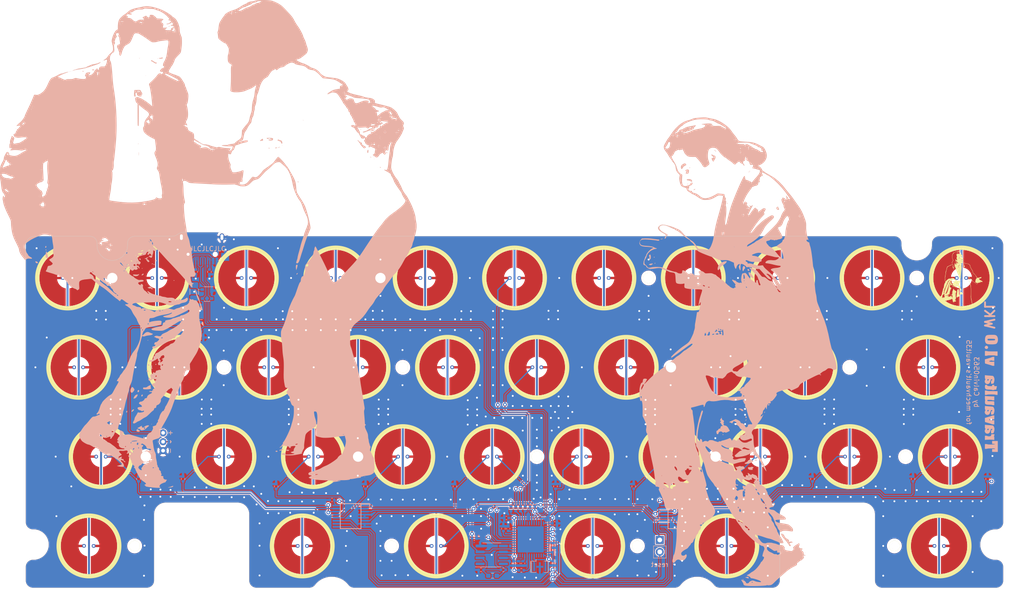
<source format=kicad_pcb>
(kicad_pcb (version 20221018) (generator pcbnew)
  (layers (0 "F.Cu" signal) (1 "In1.Cu" signal) (2 "In2.Cu" signal) (31 "B.Cu" signal) (34 "B.Paste" user) (35 "F.Paste" user) (36 "B.SilkS" user "B.Silkscreen") (37 "F.SilkS" user "F.Silkscreen") (38 "B.Mask" user) (39 "F.Mask" user) (44 "Edge.Cuts" user))
  (net 0 "")
  (net 1 "GND")
  (net 2 "D-")
  (net 3 "D+")
  (net 4 "VCC")
  (net 5 "+5V")
  (net 6 "Net-(U1-VCAP1)")
  (net 7 "NRST")
  (net 8 "APLEX_OUT_PIN_0")
  (net 9 "ROW0")
  (net 10 "ROW1")
  (net 11 "Net-(JP1-B)")
  (net 12 "VBAT")
  (net 13 "BOOT1")
  (net 14 "COL0")
  (net 15 "COL1")
  (net 16 "COL2")
  (net 17 "COL3")
  (net 18 "COL4")
  (net 19 "COL5")
  (net 20 "COL6")
  (net 21 "COL7")
  (net 22 "COL8")
  (net 23 "COL9")
  (net 24 "ROW2")
  (net 25 "ROW3")
  (net 26 "Net-(U1-PB12)")
  (net 27 "Net-(U1-PB15)")
  (net 28 "Net-(U1-PA10)")
  (net 29 "XTAL0")
  (net 30 "XTAL1")
  (net 31 "Net-(U1-PB14)")
  (net 32 "Net-(U1-PB13)")
  (net 33 "Net-(USB1-CC1)")
  (net 34 "Net-(USB1-CC2)")
  (net 39 "SWDIO")
  (net 40 "SWCLK")
  (net 41 "ADC")
  (net 43 "AMUX_SEL_2")
  (net 44 "AMUX_SEL_1")
  (net 45 "AMUX_SEL_0")
  (net 46 "BOOT0")
  (net 47 "APLEX_EN_PIN_1")
  (net 48 "APLEX_EN_PIN_0")
  (net 51 "RGB")
  (net 63 "COL10")
  (footprint "cipulot_parts:ecs_pad_1U_no_ring" (layer "F.Cu") (at 211.1375 76.2)
    (fp_text reference "SW20")
    (fp_text value "EC_SW" hide)
  )
  (footprint "cipulot_parts:HOLE_M2" (layer "F.Cu") (at 120.65 57.15)
    (fp_text reference "H2" hide)
    (fp_text value "MountingHole" hide)
  )
  (footprint "cipulot_parts:ecs_pad_1U_no_ring" (layer "F.Cu") (at 163.5125 95.25 180)
    (fp_text reference "SW27")
    (fp_text value "EC_SW" hide)
  )
  (footprint "cipulot_parts:HOLE_M2" (layer "F.Cu") (at 153.9875 95.25)
    (fp_text reference "H11" hide)
    (fp_text value "MountingHole" hide)
  )
  (footprint "cipulot_parts:ecs_pad_1U_no_ring" (layer "F.Cu") (at 115.8875 76.2)
    (fp_text reference "SW15")
    (fp_text value "EC_SW" hide)
  )
  (footprint "cipulot_parts:ecs_pad_1U_no_ring" (layer "F.Cu") (at 173.0375 76.2)
    (fp_text reference "SW18")
    (fp_text value "EC_SW" hide)
  )
  (footprint "cipulot_parts:ecs_pad_1U_no_ring" (layer "F.Cu") (at 53.975 57.15)
    (fp_text reference "SW1")
    (fp_text value "EC_SW" hide)
  )
  (footprint "cipulot_parts:ecs_pad_1U_no_ring" (layer "F.Cu") (at 206.375 57.15)
    (fp_text reference "SW9")
    (fp_text value "EC_SW" hide)
  )
  (footprint "cipulot_parts:ecs_pad_1U_no_ring" (layer "F.Cu") (at 182.5625 95.25 180)
    (fp_text reference "SW28")
    (fp_text value "EC_SW" hide)
  )
  (footprint "cipulot_parts:HOLE_M2" (layer "F.Cu") (at 63.5 57.15)
    (fp_text reference "H1" hide)
    (fp_text value "MountingHole" hide)
  )
  (footprint "cipulot_parts:ecs_pad_1U_no_ring" (layer "F.Cu") (at 111.125 57.15)
    (fp_text reference "SW4")
    (fp_text value "EC_SW" hide)
  )
  (footprint "cipulot_parts:ecs_pad_1U_no_ring" (layer "F.Cu") (at 153.9875 76.2)
    (fp_text reference "SW17")
    (fp_text value "EC_SW" hide)
  )
  (footprint "cipulot_parts:ecs_pad_1U_no_ring" (layer "F.Cu") (at 56.358 76.2)
    (fp_text reference "SW12")
    (fp_text value "EC_SW" hide)
  )
  (footprint "cipulot_parts:ecs_pad_1U_no_ring" (layer "F.Cu") (at 87.3125 95.25 180)
    (fp_text reference "SW23")
    (fp_text value "EC_SW" hide)
  )
  (footprint "cipulot_parts:ecs_pad_1U_no_ring" (layer "F.Cu") (at 132.555 114.3 180)
    (fp_text reference "SW34")
    (fp_text value "EC_SW" hide)
  )
  (footprint "cipulot_parts:ecs_pad_1U_no_ring" (layer "F.Cu") (at 61.12 95.25)
    (fp_text reference "SW22")
    (fp_text value "EC_SW" hide)
  )
  (footprint "cipulot_parts:ecs_pad_1U_no_ring" (layer "F.Cu") (at 134.9375 76.2)
    (fp_text reference "SW16")
    (fp_text value "EC_SW" hide)
  )
  (footprint "cipulot_parts:ecs_pad_1U_no_ring" (layer "F.Cu") (at 96.8375 76.2)
    (fp_text reference "SW14")
    (fp_text value "EC_SW" hide)
  )
  (footprint "cipulot_parts:HOLE_M2" (layer "F.Cu") (at 70.64375 95.25)
    (fp_text reference "H9" hide)
    (fp_text value "MountingHole" hide)
  )
  (footprint "cipulot_parts:ecs_pad_1U_no_ring" (layer "F.Cu") (at 168.275 57.15)
    (fp_text reference "SW7")
    (fp_text value "EC_SW" hide)
  )
  (footprint "cipulot_parts:HOLE_M2" (layer "F.Cu") (at 232.56875 95.25)
    (fp_text reference "H13" hide)
    (fp_text value "MountingHole" hide)
  )
  (footprint "cipulot_parts:ecs_pad_1U_no_ring" (layer "F.Cu") (at 106.3625 95.25 180)
    (fp_text reference "SW24")
    (fp_text value "EC_SW" hide)
  )
  (footprint "cipulot_parts:ecs_pad_1U_no_ring" (layer "F.Cu") (at 244.475 57.15)
    (fp_text reference "SW11")
    (fp_text value "EC_SW" hide)
  )
  (footprint "cipulot_parts:HOLE_M2" (layer "F.Cu") (at 87.3125 76.2)
    (fp_text reference "H5" hide)
    (fp_text value "MountingHole" hide)
  )
  (footprint "cipulot_parts:PinHeader_RGB strip" (layer "F.Cu") (at 74.326714 93.345 180)
    (fp_text reference "J1" hide)
    (fp_text value "ARGB")
  )
  (footprint "cipulot_parts:ecs_pad_1U_no_ring" (layer "F.Cu") (at 242.095 95.25 180)
    (fp_text reference "SW31")
    (fp_text value "EC_SW" hide)
  )
  (footprint "cipulot_parts:ecs_pad_1U_no_ring" (layer "F.Cu") (at 73.025 57.15)
    (fp_text reference "SW2")
    (fp_text value "EC_SW" hide)
  )
  (footprint "LOGO" (layer "F.Cu") (at 244.475 57.15)
    (fp_text reference "G***" hide)
    (fp_text value "LOGO" hide)
  )
  (footprint "cipulot_parts:ecs_pad_1U_no_ring" (layer "F.Cu") (at 130.175 57.15)
    (fp_text reference "SW5")
    (fp_text value "EC_SW" hide)
  )
  (footprint "cipulot_parts:ecs_pad_1U_no_ring" (layer "F.Cu") (at 187.325 57.15)
    (fp_text reference "SW8")
    (fp_text value "EC_SW" hide)
  )
  (footprint "cipulot_parts:HOLE_M2" (layer "F.Cu") (at 115.8875 95.25)
    (fp_text reference "H10" hide)
    (fp_text value "MountingHole" hide)
  )
  (footprint "cipulot_parts:ecs_pad_1U_no_ring" (layer "F.Cu") (at 77.7875 76.2)
    (fp_text reference "SW13")
    (fp_text value "EC_SW" hide)
  )
  (footprint "cipulot_parts:ecs_pad_1U_no_ring" (layer "F.Cu") (at 237.33 76.2 180)
    (fp_text reference "SW21")
    (fp_text value "EC_SW" hide)
  )
  (footprint "cipulot_parts:HOLE_M2" (layer "F.Cu") (at 220.6625 76.2)
    (fp_text reference "H8" hide)
    (fp_text value "MountingHole" hide)
  )
  (footprint "cipulot_parts:HOLE_M2" (layer "F.Cu") (at 123.03125 114.3)
    (fp_text reference "H15" hide)
    (fp_text value "MountingHole" hide)
  )
  (footprint "cipulot_parts:HOLE_M2" (layer "F.Cu") (at 177.8 57.15)
    (fp_text reference "H3" hide)
    (fp_text value "MountingHole" hide)
  )
  (footprint "cipulot_parts:ecs_pad_1U_no_ring" (layer "F.Cu") (at 194.47 114.3 180)
    (fp_text reference "SW36")
    (fp_text value "EC_SW" hide)
  )
  (footprint "cipulot_parts:ecs_pad_1U_no_ring" (layer "F.Cu") (at 165.892 114.3 180)
    (fp_text reference "SW35")
    (fp_text value "EC_SW" hide)
  )
  (footprint "cipulot_parts:HOLE_M2" (layer "F.Cu") (at 230.1875 114.3)
    (fp_text reference "H17" hide)
    (fp_text value "MountingHole" hide)
  )
  (footprint "cipulot_parts:ecs_pad_1U_no_ring" (layer "F.Cu") (at 125.4125 95.25 180)
    (fp_text reference "SW25")
    (fp_text value "EC_SW" hide)
  )
  (footprint "cipulot_parts:ecs_pad_1U_no_ring" (layer "F.Cu") (at 103.98 114.3 180)
    (fp_text reference "SW33")
    (fp_text value "EC_SW" hide)
  )
  (footprint "cipulot_parts:HOLE_M2" (layer "F.Cu") (at 234.95 57.15)
    (fp_text reference "H4" hide)
    (fp_text value "MountingHole" hide)
  )
  (footprint "cipulot_parts:ecs_pad_1U_no_ring" (layer "F.Cu") (at 58.53125 114.3)
    (fp_text reference "SW32")
    (fp_text value "EC_SW" hide)
  )
  (footprint "cipulot_parts:HOLE_M2" (layer "F.Cu") (at 125.4125 76.2)
    (fp_text reference "H6" hide)
    (fp_text value "MountingHole" hide)
  )
  (footprint "cipulot_parts:ecs_pad_1U_no_ring" (layer "F.Cu") (at 92.075 57.15)
    (fp_text reference "SW3")
    (fp_text value "EC_SW" hide)
  )
  (footprint "cipulot_parts:ecs_pad_1U_no_ring" (layer "F.Cu") (at 144.4625 95.25 180)
    (fp_text reference "SW26")
    (fp_text value "EC_SW" hide)
  )
  (footprint "cipulot_parts:HOLE_M2" (layer "F.Cu") (at 175.41875 114.3)
    (fp_text reference "H16" hide)
    (fp_text value "MountingHole" hide)
  )
  (footprint "cipulot_parts:HOLE_M2" (layer "F.Cu") (at 192.0875 95.25)
    (fp_text reference "H12" hide)
    (fp_text value "MountingHole" hide)
  )
  (footprint "cipulot_parts:ecs_pad_1U_no_ring" (layer "F.Cu") (at 149.225 57.15)
    (fp_text reference "SW6")
    (fp_text value "EC_SW" hide)
  )
  (footprint "cipulot_parts:ecs_pad_1U_no_ring" (layer "F.Cu") (at 220.6625 95.25 180)
    (fp_text reference "SW30")
    (fp_text value "EC_SW" hide)
  )
  (footprint "cipulot_parts:ecs_pad_1U_no_ring" (layer "F.Cu") (at 201.6125 95.25 180)
    (fp_text reference "SW29")
    (fp_text value "EC_SW" hide)
  )
  (footprint "cipulot_parts:ecs_pad_1U_no_ring" (layer "F.Cu") (at 239.7125 114.3 180)
    (fp_text reference "SW37")
    (fp_text value "EC_SW" hide)
  )
  (footprint "cipulot_parts:ecs_pad_1U_no_ring" (layer "F.Cu") (at 225.425 57.15)
    (fp_text reference "SW10")
    (fp_text value "EC_SW" hide)
  )
  (footprint "cipulot_parts:HOLE_M2" (layer "F.Cu") (at 182.5625 76.2)
    (fp_text reference "H7" hide)
    (fp_text value "MountingHole" hide)
  )
  (footprint "cipulot_parts:HOLE_M2" (layer "F.Cu") (at 68.2625 114.3)
    (fp_text reference "H14" hide)
    (fp_text value "MountingHole" hide)
  )
  (footprint "cipulot_parts:ecs_pad_1U_no_ring" (layer "F.Cu") (at 192.0875 76.2)
    (fp_text reference "SW19")
    (fp_text value "EC_SW" hide)
  )
  (footprint "Crystal:Resonator_SMD_Murata_CSTxExxV-3Pin_3.0x1.1mm" (layer "B.Cu") (at 154.616 118.745)
    (fp_text reference "Y1" hide)
    (fp_text value "8 MHz")
  )
  (footprint "Capacitor_SMD:C_0402_1005Metric" (layer "B.Cu") (at 147.504 108.331 180)
    (fp_text reference "C7" hide)
    (fp_text value "100n")
  )
  (footprint "Capacitor_SMD:C_0402_1005Metric" (layer "B.Cu") (at 181.658186 104.534305)
    (fp_text reference "C12" hide)
    (fp_text value "100n")
  )
  (footprint "Capacitor_SMD:C_0402_1005Metric" (layer "B.Cu") (at 149.031 118.02 -90)
    (fp_text reference "C15" hide)
    (fp_text value "100n")
  )
  (footprint "LOGO" (layer "B.Cu") (at 69.85 50.8 180)
    (fp_text reference "G***" hide)
    (fp_text value "LOGO" hide)
  )
  (footprint "Package_SO:SOIC-8_3.9x4.9mm_P1.27mm" (layer "B.Cu") (at 144.374097 116.215501)
    (fp_text reference "U5" hide)
    (fp_text value "OPA350")
  )
  (footprint "Resistor_SMD:R_0402_1005Metric" (layer "B.Cu") (at 146.84375 110.617 -90)
    (fp_text reference "R7" hide)
    (fp_text value "10k")
  )
  (footprint "Resistor_SMD:R_0402_1005Metric" (layer "B.Cu") (at 98.425 101.6 90)
    (fp_text reference "R11" hide)
    (fp_text value "100k")
  )
  (footprint "Resistor_SMD:R_0402_1005Metric" (layer "B.Cu") (at 151.511 106.387 -90)
    (fp_text reference "R2" hide)
    (fp_text value "100")
  )
  (footprint "Capacitor_SMD:C_0402_1005Metric" (layer "B.Cu") (at 157.791 115.663994)
    (fp_text reference "C9" hide)
    (fp_text value "100n")
  )
  (footprint "Resistor_SMD:R_0402_1005Metric" (layer "B.Cu") (at 153.035 105.918)
    (fp_text reference "R4" hide)
    (fp_text value "100k")
  )
  (footprint "Package_DFN_QFN:QFN-48-1EP_7x7mm_P0.5mm_EP5.6x5.6mm" (layer "B.Cu") (at 152.654 112.903 90)
    (fp_text reference "U1" hide)
    (fp_text value "STM32F401CBUx")
  )
  (footprint "Resistor_SMD:R_0402_1005Metric" (layer "B.Cu") (at 157.95625 101.6 90)
    (fp_text reference "R12" hide)
    (fp_text value "100k")
  )
  (footprint "Resistor_SMD:R_0402_1005Metric" (layer "B.Cu") (at 69.088 100.0125 90)
    (fp_text reference "R15" hide)
    (fp_text value "100k")
  )
  (footprint "Capacitor_SMD:C_0402_1005Metric" (layer "B.Cu") (at 151.063 118.02 -90)
    (fp_text reference "C11" hide)
    (fp_text value "1u")
  )
  (footprint "Resistor_SMD:R_0402_1005Metric" (layer "B.Cu") (at 78.58125 100.0125 90)
    (fp_text reference "R13" hide)
    (fp_text value "100k")
  )
  (footprint "Capacitor_SMD:C_0402_1005Metric" (layer "B.Cu") (at 157.791 109.474)
    (fp_text reference "C8" hide)
    (fp_text value "100n")
  )
  (footprint "Resistor_SMD:R_0402_1005Metric" (layer "B.Cu") (at 174.625 101.6 90)
    (fp_text reference "R10" hide)
    (fp_text value "100k")
  )
  (footprint "cipulot_parts:TSSOP16" (layer "B.Cu") (at 184.15 107.95 -90)
    (fp_text reference "U3")
    (fp_text value "74HC4051")
  )
  (footprint "Resistor_SMD:R_0402_1005Metric" (layer "B.Cu") (at 148.463 106.387 90)
    (fp_text reference "R1" hide)
    (fp_text value "100")
  )
  (footprint "Resistor_SMD:R_0402_1005Metric" (layer "B.Cu") (at 234.15625 100.0125 90)
    (fp_text reference "R16" hide)
    (fp_text value "100k")
  )
  (footprint "LOGO" (layer "B.Cu") (at 250.825 81.75625 90)
    (fp_text reference "G***" hide)
    (fp_text value "LOGO" hide)
  )
  (footprint "Capacitor_SMD:C_0402_1005Metric" (layer "B.Cu") (at 140.6525 112.7125 180)
    (fp_text reference "C14" hide)
    (fp_text value "220p")
  )
  (footprint "Resistor_SMD:R_0402_1005Metric" (layer "B.Cu") (at 149.479 106.387 90)
    (fp_text reference "R9" hide)
    (fp_text value "100")
  )
  (footprint "Capacitor_SMD:C_0402_1005Metric" (layer "B.Cu") (at 110.33125 104.48582 180)
    (fp_text reference "C13" hide)
    (fp_text value "100n")
  )
  (footprint "Resistor_SMD:R_0402_1005Metric" (layer "B.Cu") (at 146.842687 119.390501)
    (fp_text reference "R21" hide)
    (fp_text value "100k")
  )
  (footprint "Capacitor_SMD:C_0402_1005Metric" (layer "B.Cu") (at 82.423 69.85)
    (fp_text reference "C5" hide)
    (fp_text value "1u")
  )
  (footprint "Resistor_SMD:R_0402_1005Metric" (layer "B.Cu") (at 193.675 101.6 90)
    (fp_text reference "R20" hide)
    (fp_text value "100k")
  )
  (footprint "Resistor_SMD:R_0402_1005Metric" (layer "B.Cu") (at 142.082312 119.390501 180)
    (fp_text reference "R23" hide)
    (fp_text value "1k")
  )
  (footprint "Resistor_SMD:R_0402_1005Metric" (layer "B.Cu") (at 212.725 100.0125 90)
    (fp_text reference "R14" hide)
    (fp_text value "100k")
  )
  (footprint "Resistor_SMD:R_0402_1005Metric" (layer "B.Cu") (at 150.679 119.507)
    (fp_text reference "R6" hide)
    (fp_text value "10k")
  )
  (footprint "Fuse:Fuse_1206_3216Metric" (layer "B.Cu") (at 80.9625 60.071 -90)
    (fp_text reference "F_USBC1" hide)
    (fp_text value "500mA")
  )
  (footprint "Package_TO_SOT_SMD:SOT-143" (layer "B.Cu") (at 83.693 60.579 180)
    (fp_text reference "D1" hide)
    (fp_text value "PRTR5V0U2X")
  )
  (footprint "Resistor_SMD:R_0402_1005Metric" (layer "B.Cu") (at 81.28 55.84625 90)
    (fp_text reference "R18" hide)
    (fp_text value "5.1k")
  )
  (footprint "Resistor_SMD:R_0402_1005Metric" (layer "B.Cu") (at 157.41 114.173 -90)
    (fp_text reference "R3" hide)
    (fp_text value "10k")
  )
  (footprint "Resistor_SMD:R_0402_1005Metric" (layer "B.Cu") (at 150.495 106.387 -90)
    (fp_text reference "R8" hide)
    (fp_text value "100")
  )
  (footprint "Resistor_SMD:R_0402_1005Metric" (layer "B.Cu") (at 250.064616 100.0125 90)
    (fp_text reference "R5" hide)
    (fp_text value "100k")
  )
  (footprint "Capacitor_SMD:C_0402_1005Metric" (layer "B.Cu") (at 147.885 110.617 90)
    (fp_text reference "C1" hide)
    (fp_text value "4.7u")
  )
  (footprint "Capacitor_SMD:C_0402_1005Metric" (layer "B.Cu") (at 81.407 62.865)
    (fp_text reference "C4" hide)
    (fp_text value "1u")
  )
  (footprint "cipulot_parts:TSSOP16" (layer "B.Cu") (at 114.3 107.95 -90)
    (fp_text reference "U4")
    (fp_text value "74HC4051")
  )
  (footprint "Connector_PinHeader_2.54mm:PinHeader_1x02_P2.54mm_Vertical" (layer "B.Cu") (at 180.18125 113.025 180)
    (fp_text reference "SW38" hide)
    (fp_text value "BOOT0")
  )
  (footprint "Capacitor_SMD:C_0402_1005Metric" (layer "B.Cu") (at 157.41 117.983 -90)
    (fp_text reference "C6" hide)
    (fp_text value "100n")
  )
  (footprint "Package_TO_SOT_SMD:SOT-23" (layer "B.Cu") (at 81.026 67.564 180)
    (fp_text reference "U2" hide)
    (fp_text value "XC6206PxxxMR")
  )
  (footprint "LOGO" (layer "B.Cu") (at 196.85 73.025 180)
    (fp_text reference "G***" hide)
    (fp_text value "LOGO" hide)
  )
  (footprint "cipulot_parts:XUNPU-TYPEC-312DSS-ACP16-Assembly" (layer "B.Cu") (at 82.55 45.84375)
    (fp_text reference "USB1" hide)
    (fp_text value "TYPEC-304YSSW-ACP16")
  )
  (footprint "Resistor_SMD:R_0603_1608Metric_Pad0.98x0.95mm_HandSolder" (layer "B.Cu") (at 144.54984 120.65 180)
    (fp_text reference "JP1" hide)
    (fp_text value "Ext_Res")
  )
  (footprint "Resistor_SMD:R_0402_1005Metric" (layer "B.Cu") (at 136.525 101.6 90)
    (fp_text reference "R19" hide)
    (fp_text value "100k")
  )
  (footprint "LOGO" (layer "B.Cu") (at 98.425 49.2125 180)
    (fp_text reference "G***" hide)
    (fp_text value "LOGO" hide)
  )
  (footprint "Resistor_SMD:R_0402_1005Metric" (layer "B.Cu") (at 84.201 55.84625 -90)
    (fp_text reference "R24" hide)
    (fp_text value "5.1k")
  )
  (footprint "Capacitor_SMD:C_0402_1005Metric" (layer "B.Cu") (at 150.047 118.02 -90)
    (fp_text reference "C10" hide)
    (fp_text value "100n")
  )
  (footprint "Resistor_SMD:R_0402_1005Metric" (layer "B.Cu") (at 117.475 101.6 90)
    (fp_text reference "R17" hide)
    (fp_text value "100k")
  )
  (gr_arc (start 238.2 49.75) (mid 238.63934 48.68934) (end 239.7 48.25) (stroke (width 0.05)) (layer "Edge.Cuts"))
  (gr_arc (start 46.575 110.759) (mid 45.51434 110.31966) (end 45.075 109.259) (stroke (width 0.05)) (layer "Edge.Cuts"))
  (gr_arc (start 88.835496 48.25) (mid 88.185406 48.141396) (end 87.605916 47.827382) (stroke (width 0.05)) (layer "Edge.Cuts"))
  (gr_line (start 74.9 105.05) (end 90.2 105.05) (stroke (width 0.05)) (layer "Edge.Cuts"))
  (gr_arc (start 251.734375 117.259) (mid 248.4844 114.009) (end 251.734375 110.759) (stroke (width 0.05)) (layer "Edge.Cuts"))
  (gr_line (start 251.734375 110.759) (end 251.875 110.759) (stroke (width 0.05)) (layer "Edge.Cuts"))
  (gr_line (start 226.05 107.55) (end 226.05 121.7) (stroke (width 0.05)) (layer "Edge.Cuts"))
  (gr_arc (start 72.4 107.55) (mid 73.132233 105.782233) (end 74.9 105.05) (stroke (width 0.05)) (layer "Edge.Cuts"))
  (gr_arc (start 253.375 121.7) (mid 252.93566 122.76066) (end 251.875 123.2) (stroke (width 0.05)) (layer "Edge.Cuts"))
  (gr_arc (start 106.703125 122.61643) (mid 106.177199 123.046234) (end 105.515625 123.2) (stroke (width 0.05)) (layer "Edge.Cuts"))
  (gr_arc (start 46.716 110.759) (mid 49.966 114.009) (end 46.716 117.259) (stroke (width 0.05)) (layer "Edge.Cuts"))
  (gr_arc (start 106.703125 122.61643) (mid 110.265625 120.86572) (end 113.828125 122.61643) (stroke (width 0.05)) (layer "Edge.Cuts"))
  (gr_arc (start 251.475 48.25) (mid 252.818503 48.806497) (end 253.375 50.15) (stroke (width 0.05)) (layer "Edge.Cuts"))
  (gr_line (start 76.221573 48.25) (end 68.25 48.25) (stroke (width 0.05)) (layer "Edge.Cuts"))
  (gr_line (start 231.7 50.15) (end 231.7 49.75) (stroke (width 0.05)) (layer "Edge.Cuts"))
  (gr_line (start 253.375 109.259) (end 253.375 50.15) (stroke (width 0.05)) (layer "Edge.Cuts"))
  (gr_arc (start 94.2 123.2) (mid 93.13934 122.76066) (end 92.7 121.7) (stroke (width 0.05)) (layer "Edge.Cuts"))
  (gr_arc (start 66.75 50.15) (mid 63.5 53.4) (end 60.25 50.15) (stroke (width 0.05)) (layer "Edge.Cuts"))
  (gr_arc (start 192.934375 123.2) (mid 192.27281 123.046216) (end 191.746875 122.61643) (stroke (width 0.05)) (layer "Edge.Cuts"))
  (gr_arc (start 58.75 48.25) (mid 59.81066 48.68934) (end 60.25 49.75) (stroke (width 0.05)) (layer "Edge.Cuts"))
  (gr_line (start 46.575 110.759) (end 46.716 110.759) (stroke (width 0.05)) (layer "Edge.Cuts"))
  (gr_arc (start 230.2 48.25) (mid 231.26066 48.68934) (end 231.7 49.75) (stroke (width 0.05)) (layer "Edge.Cuts"))
  (gr_line (start 115.015625 123.2) (end 183.434375 123.2) (stroke (width 0.05)) (layer "Edge.Cuts"))
  (gr_arc (start 227.55 123.2) (mid 226.48934 122.76066) (end 226.05 121.7) (stroke (width 0.05)) (layer "Edge.Cuts"))
  (gr_arc (start 184.621875 122.61643) (mid 184.095945 123.046216) (end 183.434375 123.2) (stroke (width 0.05)) (layer "Edge.Cuts"))
  (gr_arc (start 184.621875 122.61643) (mid 188.184375 120.86572) (end 191.746875 122.61643) (stroke (width 0.05)) (layer "Edge.Cuts"))
  (gr_arc (start 253.375 109.259) (mid 252.93566 110.31966) (end 251.875 110.759) (stroke (width 0.05)) (layer "Edge.Cuts"))
  (gr_arc (start 205.75 107.55) (mid 206.482233 105.782233) (end 208.25 105.05) (stroke (width 0.05)) (layer "Edge.Cuts"))
  (gr_arc (start 72.4 121.7) (mid 71.96066 122.76066) (end 70.9 123.2) (stroke (width 0.05)) (layer "Edge.Cuts"))
  (gr_arc (start 77.451153 47.827382) (mid 78.030645 47.513382) (end 78.680733 47.404763) (stroke (width 0.05)) (layer "Edge.Cuts"))
  (gr_line (start 227.55 123.2) (end 251.875 123.2) (stroke (width 0.05)) (layer "Edge.Cuts"))
  (gr_arc (start 45.075 50.15) (mid 45.631497 48.806497) (end 46.975 48.25) (stroke (width 0.05)) (layer "Edge.Cuts"))
  (gr_line (start 86.376336 47.404763) (end 78.680733 47.404763) (stroke (width 0.05)) (layer "Edge.Cuts"))
  (gr_arc (start 77.451153 47.827382) (mid 76.871663 48.141389) (end 76.221573 48.25) (stroke (width 0.05)) (layer "Edge.Cuts"))
  (gr_line (start 199.934375 123.2) (end 204.25 123.2) (stroke (width 0.05)) (layer "Edge.Cuts"))
  (gr_line (start 60.25 50.15) (end 60.25 49.75) (stroke (width 0.05)) (layer "Edge.Cuts"))
  (gr_line (start 92.7 107.55) (end 92.7 121.7) (stroke (width 0.05)) (layer "Edge.Cuts"))
  (gr_line (start 94.2 123.2) (end 98.515625 123.2) (stroke (width 0.05)) (layer "Edge.Cuts"))
  (gr_line (start 208.25 105.05) (end 223.55 105.05) (stroke (width 0.05)) (layer "Edge.Cuts"))
  (gr_arc (start 251.875 117.259) (mid 252.93566 117.69834) (end 253.375 118.759) (stroke (width 0.05)) (layer "Edge.Cuts"))
  (gr_arc (start 238.2 50.15) (mid 234.95 53.4) (end 231.7 50.15) (stroke (width 0.05)) (layer "Edge.Cuts"))
  (gr_arc (start 205.75 121.7) (mid 205.31066 122.76066) (end 204.25 123.2) (stroke (width 0.05)) (layer "Edge.Cuts"))
  (gr_arc (start 115.015625 123.2) (mid 114.354046 123.046234) (end 113.828125 122.61643) (stroke (width 0.05)) (layer "Edge.Cuts"))
  (gr_line (start 192.934375 123.2) (end 199.934375 123.2) (stroke (width 0.05)) (layer "Edge.Cuts"))
  (gr_line (start 46.575 123.2) (end 70.9 123.2) (stroke (width 0.05)) (layer "Edge.Cuts"))
  (gr_line (start 238.2 49.75) (end 238.2 50.15) (stroke (width 0.05)) (layer "Edge.Cuts"))
  (gr_line (start 98.515625 123.2) (end 105.515625 123.2) (stroke (width 0.05)) (layer "Edge.Cuts"))
  (gr_line (start 66.75 49.75) (end 66.75 50.15) (stroke (width 0.05)) (layer "Edge.Cuts"))
  (gr_arc (start 86.376336 47.404763) (mid 87.026423 47.513375) (end 87.605916 47.827382) (stroke (width 0.05)) (layer "Edge.Cuts"))
  (gr_line (start 45.075 118.759) (end 45.075 121.7) (stroke (width 0.05)) (layer "Edge.Cuts"))
  (gr_line (start 230.2 48.25) (end 88.835496 48.25) (stroke (width 0.05)) (layer "Edge.Cuts"))
  (gr_line (start 251.875 117.259) (end 251.734375 117.259) (stroke (width 0.05)) (layer "Edge.Cuts"))
  (gr_line (start 251.475 48.25) (end 239.7 48.25) (stroke (width 0.05)) (layer "Edge.Cuts"))
  (gr_line (start 45.075 50.15) (end 45.075 109.259) (stroke (width 0.05)) (layer "Edge.Cuts"))
  (gr_arc (start 90.2 105.05) (mid 91.967767 105.782233) (end 92.7 107.55) (stroke (width 0.05)) (layer "Edge.Cuts"))
  (gr_arc (start 45.075 118.759) (mid 45.51434 117.69834) (end 46.575 117.259) (stroke (width 0.05)) (layer "Edge.Cuts"))
  (gr_line (start 46.716 117.259) (end 46.575 117.259) (stroke (width 0.05)) (layer "Edge.Cuts"))
  (gr_arc (start 223.55 105.05) (mid 225.317767 105.782233) (end 226.05 107.55) (stroke (width 0.05)) (layer "Edge.Cuts"))
  (gr_line (start 205.75 121.7) (end 205.75 107.55) (stroke (width 0.05)) (layer "Edge.Cuts"))
  (gr_line (start 72.4 121.7) (end 72.4 107.55) (stroke (width 0.05)) (layer "Edge.Cuts"))
  (gr_line (start 253.375 121.7) (end 253.375 118.759) (stroke (width 0.05)) (layer "Edge.Cuts"))
  (gr_arc (start 46.575 123.2) (mid 45.51434 122.76066) (end 45.075 121.7) (stroke (width 0.05)) (layer "Edge.Cuts"))
  (gr_arc (start 66.75 49.75) (mid 67.18934 48.68934) (end 68.25 48.25) (stroke (width 0.05)) (layer "Edge.Cuts"))
  (gr_line (start 58.75 48.25) (end 46.975 48.25) (stroke (width 0.05)) (layer "Edge.Cuts"))
  (gr_text "JLCJLCJLCJLC" (at 82.55 50.927) (layer "B.SilkS") (effects (font (size 1 1))))
  (gr_text "by Calvin0563\nfor mechvault's vault35\n" (at 246.85625 79.375 270) (layer "B.SilkS") (effects (font (size 1 1)) (justify mirror)))
  (gr_text "reset" (at 180.18125 118.26875) (layer "B.SilkS") (effects (font (size 1 1)) (justify mirror)))
  (gr_text "^" (at 75.317251 92.075 -90) (layer "B.SilkS") (effects (font (size 1.2 1.2) (thickness 0.2) bold) (justify mirror)))
  (gr_text "-" (at 75.970734 93.996801 -90) (layer "B.SilkS") (effects (font (size 1 1)) (justify mirror)))
  (gr_text "WKL" (at 249.2375 65.0875 270) (layer "B.SilkS") (effects (font (size 2 2) (thickness 0.4) bold) (justify bottom mirror)))
  (gr_text "+" (at 75.999931 90.171965 -90) (layer "B.SilkS") (effects (font (size 1 1)) (justify mirror)))
  (segment (start 84.188822 57.277) (end 84.198075 57.286253) (width 0.25) (layer "F.Cu") (net 1))
  (segment (start 81.28 57.277) (end 84.188822 57.277) (width 0.25) (layer "F.Cu") (net 1))
  (via (at 96.681059 104.725779) (size 0.8) (drill 0.4) (layers "F.Cu" "B.Cu") (net 1))
  (via (at 114.3 68.278054) (size 0.8) (drill 0.4) (layers "F.Cu" "B.Cu") (net 1))
  (via (at 135.638233 104.424633) (size 0.8) (drill 0.4) (layers "F.Cu" "B.Cu") (net 1))
  (via (at 122.292343 86.296022) (size 0.8) (drill 0.4) (layers "F.Cu" "B.Cu") (net 1))
  (via (at 151.003 99.314) (size 0.8) (drill 0.4) (layers "F.Cu" "B.Cu") (net 1))
  (via (at 139.250795 88.412622) (size 0.8) (drill 0.4) (layers "F.Cu" "B.Cu") (net 1))
  (via (at 210.525546 103.806066) (size 0.8) (drill 0.4) (layers "F.Cu" "B.Cu") (net 1))
  (via (at 239.7125 104.775) (size 0.8) (drill 0.4) (layers "F.Cu" "B.Cu") (net 1))
  (via (at 88.940311 103.911118) (size 0.8) (drill 0.4) (layers "F.Cu" "B.Cu") (net 1))
  (via (at 113.50625 117.475) (size 0.8) (drill 0.4) (layers "F.Cu" "B.Cu") (net 1))
  (via (at 153.834888 121.06983) (size 0.8) (drill 0.4) (layers "F.Cu" "B.Cu") (net 1))
  (via (at 153.9875 93.05925) (size 0.8) (drill 0.4) (layers "F.Cu" "B.Cu") (net 1))
  (via (at 84.617181 83.073023) (size 0.8) (drill 0.4) (layers "F.Cu" "B.Cu") (net 1))
  (via (at 81.28 57.277) (size 0.8) (drill 0.4) (layers "F.Cu" "B.Cu") (net 1))
  (via (at 82.55 49.999) (size 0.8) (drill 0.4) (layers "F.Cu" "B.Cu") (net 1))
  (via (at 196.359829 83.116621) (size 0.8) (drill 0.4) (layers "F.Cu" "B.Cu") (net 1))
  (via (at 146.685079 65.96254) (size 0.8) (drill 0.4) (layers "F.Cu" "B.Cu") (net 1))
  (via (at 87.249 80.01) (size 0.8) (drill 0.4) (layers "F.Cu" "B.Cu") (net 1))
  (via (at 117.475 68.2625) (size 0.8) (drill 0.4) (layers "F.Cu" "B.Cu") (net 1))
  (via (at 94.884744 114.250729) (size 0.8) (drill 0.4) (layers "F.Cu" "B.Cu") (net 1))
  (via (at 94.253743 105.454033) (size 0.8) (drill 0.4) (layers "F.Cu" "B.Cu") (net 1))
  (via (at 175.41875 111.125) (size 0.8) (drill 0.4) (layers "F.Cu" "B.Cu") (net 1))
  (via (at 47.117 76.2) (size 0.8) (drill 0.4) (layers "F.Cu" "B.Cu") (net 1))
  (via (at 215.664745 101.760584) (size 0.8) (drill 0.4) (layers "F.Cu" "B.Cu") (net 1))
  (via (at 218.126996 103.858044) (size 0.8) (drill 0.4) (layers "F.Cu" "B.Cu") (net 1))
  (via (at 244.475 104.775) (size 0.8) (drill 0.4) (layers "F.Cu" "B.Cu") (net 1))
  (via (at 232.187509 86.321867) (size 0.8) (drill 0.4) (layers "F.Cu" "B.Cu") (net 1))
  (via (at 186.53125 104.366597) (size 0.8) (drill 0.4) (layers "F.Cu" "B.Cu") (net 1))
  (via (at 202.41413 107.184636) (size 0.8) (drill 0.4) (layers "F.Cu" "B.Cu") (net 1))
  (via (at 103.1875 83.125992) (size 0.8) (drill 0.4) (layers "F.Cu" "B.Cu") (net 1))
  (via (at 139.269702 83.220487) (size 0.8) (drill 0.4) (layers "F.Cu" "B.Cu") (net 1))
  (via (at 119.027099 64.169317) (size 0.8) (drill 0.4) (layers "F.Cu" "B.Cu") (net 1))
  (via (at 51.59375 107.95) (size 0.8) (drill 0.4) (layers "F.Cu" "B.Cu") (net 1))
  (via (at 77.43 51.094) (size 0.8) (drill 0.4) (layers "F.Cu" "B.Cu") (net 1))
  (via (at 158.623 82.423) (size 0.8) (drill 0.4) (layers "F.Cu" "B.Cu") (net 1))
  (via (at 234.216716 86.307268) (size 0.8) (drill 0.4) (layers "F.Cu" "B.Cu") (net 1))
  (via (at 178.59375 104.324688) (size 0.8) (drill 0.4) (layers "F.Cu" "B.Cu") (net 1))
  (via (at 175.451935 104.317849) (size 0.8) (drill 0.4) (layers "F.Cu" "B.Cu") (net 1))
  (via (at 84.595481 88.265158) (size 0.8) (drill 0.4) (layers "F.Cu" "B.Cu") (net 1))
  (via (at 84.198075 57.286253) (size 0.8) (drill 0.4) (layers "F.Cu" "B.Cu") (net 1))
  (via (at 107.95 68.278054) (size 0.8) (drill 0.4) (layers "F.Cu" "B.Cu") (net 1))
  (via (at 137.621572 104.395436) (size 0.8) (drill 0.4) (layers "F.Cu" "B.Cu") (net 1))
  (via (at 182.499 80.01) (size 0.8) (drill 0.4) (layers "F.Cu" "B.Cu") (net 1))
  (via (at 117.445381 65.971118) (size 0.8) (drill 0.4) (layers "F.Cu" "B.Cu") (net 1))
  (via (at 113.284 114.3) (size 0.8) (drill 0.4) (layers "F.Cu" "B.Cu") (net 1))
  (via (at 94.884744 109.488229) (size 0.8) (drill 0.4) (layers "F.Cu" "B.Cu") (net 1))
  (via (at 232.181682 85.070595) (size 0.8) (drill 0.4) (layers "F.Cu" "B.Cu") (net 1))
  (via (at 101.290238 102.836574) (size 0.8) (drill 0.4) (layers "F.Cu" "B.Cu") (net 1))
  (via (at 156.464799 64.146969) (size 0.8) (drill 0.4) (layers "F.Cu" "B.Cu") (net 1))
  (via (at 144.653 76.2) (size 0.8) (drill 0.4) (layers "F.Cu" "B.Cu") (net 1))
  (via (at 233.867827 64.186346) (size 0.8) (drill 0.4) (layers "F.Cu" "B.Cu") (net 1))
  (via (at 120.296642 83.089298) (size 0.8) (drill 0.4) (layers "F.Cu" "B.Cu") (net 1))
  (via (at 158.623 84.455) (size 0.8) (drill 0.4) (layers "F.Cu" "B.Cu") (net 1))
  (via (at 88.926415 65.964205) (size 0.8) (drill 0.4) (layers "F.Cu" "B.Cu") (net 1))
  (via (at 177.00625 108.74375) (size 0.8) (drill 0.4) (layers "F.Cu" "B.Cu") (net 1))
  (via (at 142.113 110.617) (size 0.8) (drill 0.4) (layers "F.Cu" "B.Cu") (net 1))
  (via (at 213.75872 65.997413) (size 0.8) (drill 0.4) (layers "F.Cu" "B.Cu") (net 1))
  (via (at 194.539821 104.317849) (size 0.8) (drill 0.4) (layers "F.Cu" "B.Cu") (net 1))
  (via (at 113.50625 111.125) (size 0.8) (drill 0.4) (layers "F.Cu" "B.Cu") (net 1))
  (via (at 154.94 86.995) (size 0.8) (drill 0.4) (layers "F.Cu" "B.Cu") (net 1))
  (via (at 123.03125 104.410035) (size 0.8) (drill 0.4) (layers "F.Cu" "B.Cu") (net 1))
  (via (at 175.816362 65.997905) (size 0.8) (drill 0.4) (layers "F.Cu" "B.Cu") (net 1))
  (via (at 196.320496 85.086672) (size 0.8) (drill 0.4) (layers "F.Cu" "B.Cu") (net 1))
  (via (at 114.3 107.95) (size 0.8) (drill 0.4) (layers "F.Cu" "B.Cu") (net 1))
  (via (at 101.1555 83.125992) (size 0.8) (drill 0.4) (layers "F.Cu" "B.Cu") (net 1))
  (via (at 228.234475 102.096352) (size 0.8) (drill 0.4) (layers "F.Cu" "B.Cu") (net 1))
  (via (at 173.101 95.25) (size 0.8) (drill 0.4) (layers "F.Cu" "B.Cu") (net 1))
  (via (at 208.313856 103.76227) (size 0.8) (drill 0.4) (layers "F.Cu" "B.Cu") (net 1))
  (via (at 141.859 80.01) (size 0.8) (drill 0.4) (layers "F.Cu" "B.Cu") (net 1))
  (via (at 150.97121 89.699174) (size 0.8) (drill 0.4) (layers "F.Cu" "B.Cu") (net 1))
  (via (at 121.059099 64.169317) (size 0.8) (drill 0.4) (layers "F.Cu" "B.Cu") (net 1))
  (via (at 152.584 112.903) (size 0.8) (drill 0.4) (layers "F.Cu" "B.Cu") (net 1))
  (via (at 82.585181 83.073023) (size 0.8) (drill 0.4) (layers "F.Cu" "B.Cu") (net 1))
  (via (at 144.374097 116.215501) (size 0.8) (drill 0.4) (layers "F.Cu" "B.Cu") (net 1))
  (via (at 158.75307 104.320989) (size 0.8) (drill 0.4) (layers "F.Cu" "B.Cu") (net 1))
  (via (at 137.901311 64.231533) (size 0.8) (drill 0.4) (layers "F.Cu" "B.Cu") (net 1))
  (via (at 63.156734 86.285172) (size 0.8) (drill 0.4) (layers "F.Cu" "B.Cu") (net 1))
  (via (at 47.371 50.8) (size 0.8) (drill 0.4) (layers "F.Cu" "B.Cu") (net 1))
  (via (at 156.928922 103.265359) (size 0.8) (drill 0.4) (layers "F.Cu" "B.Cu") (net 1))
  (via (at 82.566274 88.265158) (size 0.8) (drill 0.4) (layers "F.Cu" "B.Cu") (net 1))
  (via (at 121.095883 65.974574) (size 0.8) (drill 0.4) (layers "F.Cu" "B.Cu") (net 1))
  (via (at 208.354018 101.320296) (size 0.8) (drill 0.4) (layers "F.Cu" "B.Cu") (net 1))
  (via (at 192.539949 102.088341) (size 0.8) (drill 0.4) (layers "F.Cu" "B.Cu") (net 1))
  (via (at 148.844 86.995079) (size 0.8) (drill 0.4) (layers "F.Cu" "B.Cu") (net 1))
  (via (at 101.308819 104.740377) (size 0.8) (drill 0.4) (layers "F.Cu" "B.Cu") (net 1))
  (via (at 234.95 61.087) (size 0.8) (drill 0.4) (layers "F.Cu" "B.Cu") (net 1))
  (via (at 60.075298 64.17623) (size 0.8) (drill 0.4) (layers "F.Cu" "B.Cu") (net 1))
  (via (at 215.275605 85.030152) (size 0.8) (drill 0.4) (layers "F.Cu" "B.Cu") (net 1))
  (via (at 160.918079 102.299291) (size 0.8) (drill 0.4) (layers "F.Cu" "B.Cu") (net 1))
  (via (at 177.839421 64.193631) (size 0.8) (drill 0.4) (layers "F.Cu" "B.Cu") (net 1))
  (via (at 139.7 57.15) (size 0.8) (drill 0.4) (layers "F.Cu" "B.Cu") (net 1))
  (via (at 206.235802 103.784623) (size 0.8) (drill 0.4) (layers "F.Cu" "B.Cu") (net 1))
  (via (at 153.9875 100.80625) (size 0.8) (drill 0.4) (layers "F.Cu" "B.Cu") (net 1))
  (via (at 99.867728 65.952852) (size 0.8) (drill 0.4) (layers "F.Cu" "B.Cu") (net 1))
  (via (at 88.9 68.2625) (size 0.8) (drill 0.4) (layers "F.Cu" "B.Cu") (net 1))
  (via (at 248.723591 102.754966) (size 0.8) (drill 0.4) (layers "F.Cu" "B.Cu") (net 1))
  (via (at 138.1125 107.95) (size 0.8) (drill 0.4) (layers "F.Cu" "B.Cu") (net 1))
  (via (at 215.781779 64.193139) (size 0.8) (drill 0.4) (layers "F.Cu" "B.Cu") (net 1))
  (via (at 183.35625 120.65) (size 0.8) (drill 0.4) (layers "F.Cu" "B.Cu") (net 1))
  (via (at 217.310639 86.266825) (size 0.8) (drill 0.4) (layers "F.Cu" "B.Cu") (net 1))
  (via (at 65.20054 88.255984) (size 0.8) (drill 0.4) (layers "F.Cu" "B.Cu") (net 1))
  (via (at 190.232918 104.29345) (size 0.8) (drill 0.4) (layers "F.Cu" "B.Cu") (net 1))
  (via (at 120.257309 85.059349) (size 0.8) (drill 0.4) (layers "F.Cu" "B.Cu") (net 1))
  (via (at 153.9875 102.39375) (size 0.8) (drill 0.4) (layers "F.Cu" "B.Cu") (net 1))
  (via (at 158.75 57.15) (size 0.8) (drill 0.4) (layers "F.Cu" "B.Cu") (net 1))
  (via (at 99.815881 64.231533) (size 0.8) (drill 0.4) (layers "F.Cu" "B.Cu") (net 1))
  (via (at 111.125 65.960003) (size 0.8) (drill 0.4) (layers "F.Cu" "B.Cu") (net 1))
  (via (at 82.551675 86.294346) (size 0.8) (drill 0.4) (layers "F.Cu" "B.Cu") (net 1))
  (via (at 142.08125 106.3625) (size 0.8) (drill 0.4) (layers "F.Cu" "B.Cu") (net 1))
  (via (at 142.08125 107.95) (size 0.8) (drill 0.4) (layers "F.Cu" "B.Cu") (net 1))
  (via (at 246.85625 107.95) (size 0.8) (drill 0.4) (layers "F.Cu" "B.Cu") (net 1))
  (via (at 232.56875 102.39375) (size 0.8) (drill 0.4) (layers "F.Cu" "B.Cu") (net 1))
  (via (at 232.221015 83.100544) (size 0.8) (drill 0.4) (layers "F.Cu" "B.Cu") (net 1))
  (via (at 101.121994 86.347315) (size 0.8) (drill 0.4) (layers "F.Cu" "B.Cu") (net 1))
  (via (at 156.972 86.995) (size 0.8) (drill 0.4) (layers "F.Cu" "B.Cu") (net 1))
  (via (at 197.035308 64.193631) (size 0.8) (drill 0.4) (layers "F.Cu" "B.Cu") (net 1))
  (via (at 217.346938 83.060101) (size 0.8) (drill 0.4) (layers "F.Cu" "B.Cu") (net 1))
  (via (at 120.65 107.955425) (size 0.8) (drill 0.4) (layers "F.Cu" "B.Cu") (net 1))
  (via (at 54.76875 101.6) (size 0.8) (drill 0.4) (layers "F.Cu" "B.Cu") (net 1))
  (via (at 98.943844 107.33893) (size 0.8) (drill 0.4) (layers "F.Cu" "B.Cu") (net 1))
  (via (at 215.9 57.15) (size 0.8) (drill 0.4) (layers "F.Cu" "B.Cu") (net 1))
  (via (at 127.79375 107.95) (size 0.8) (drill 0.4) (layers "F.Cu" "B.Cu") (net 1))
  (via (at 197.044249 65.997905) (size 0.8) (drill 0.4) (layers "F.Cu" "B.Cu") (net 1))
  (via (at 141.265403 86.427211) (size 0.8) (drill 0.4) (layers "F.Cu" "B.Cu") (net 1))
  (via (at 153.035 86.995) (size 0.8) (drill 0.4) (layers "F.Cu" "B.Cu") (net 1))
  (via (at 146.812 86.995) (size 0.8) (drill 0.4) (layers "F.Cu" "B.Cu") (net 1))
  (via (at 106.389136 104.784173) (size 0.8) (drill 0.4) (layers "F.Cu" "B.Cu") (net 1))
  (via (at 114.272348 65.964205) (size 0.8) (drill 0.4) (layers "F.Cu" "B.Cu") (net 1))
  (via (at 196.85 57.15) (size 0.8) (drill 0.4) (layers "F.Cu" "B.Cu") (net 1))
  (via (at 239.734595 102.760391) (size 0.8) (drill 0.4) (layers "F.Cu" "B.Cu") (net 1))
  (via (at 106.426 76.2) (size 0.8) (drill 0.4) (layers "F.Cu" "B.Cu") (net 1))
  (via (at 98.422526 65.950379) (size 0.8) (drill 0.4) (layers "F.Cu" "B.Cu") (net 1))
  (via (at 70.258761 108.749174) (size 0.8) (drill 0.4) (layers "F.Cu" "B.Cu") (net 1))
  (via (at 123.825 65.951243) (size 0.8) (drill 0.4) (layers "F.Cu" "B.Cu") (net 1))
  (via (at 227.80625 120.65) (size 0.8) (drill 0.4) (layers "F.Cu" "B.Cu") (net 1))
  (via (at 153.9875 91.28125) (size 0.8) (drill 0.4) (layers "F.Cu" "B.Cu") (net 1))
  (via (at 143.66875 104.344178) (size 0.8) (drill 0.4) (layers "F.Cu" "B.Cu") (net 1))
  (via (at 159.004 110.744) (size 0.8) (drill 0.4) (layers "F.Cu" "B.Cu") (net 1))
  (via (at 156.972 84.455) (size 0.8) (drill 0.4) (layers "F.Cu" "B.Cu") (net 1))
  (via (at 157.861 85.725) (size 0.8) (drill 0.4) (layers "F.Cu" "B.Cu") (net 1))
  (via (at 122.328642 83.089298) (size 0.8) (drill 0.4) (layers "F.Cu" "B.Cu") (net 1))
  (via (at 78.607665 65.964205) (size 0.8) (drill 0.4) (layers "F.Cu" "B.Cu") (net 1))
  (via (at 144.653 72.517) (size 0.8) (drill 0.4) (layers "F.Cu" "B.Cu") (net 1))
  (via (at 125.349 80.01) (size 0.8) (drill 0.4) (layers "F.Cu" "B.Cu") (net 1))
  (via (at 146.559275 69.986416) (size 0.8) (drill 0.4) (layers "F.Cu" "B.Cu") (net 1))
  (via (at 234.213682 85.070595) (size 0.8) (drill 0.4) (layers "F.Cu" "B.Cu") (net 1))
  (via (at 233.876768 65.99062) (size 0.8) (drill 0.4) (layers "F.Cu" "B.Cu") (net 1))
  (via (at 120.709967 104.380837) (size 0.8) (drill 0.4) (layers "F.Cu" "B.Cu") (net 1))
  (via (at 106.432932 107.222141) (size 0.8) (drill 0.4) (layers "F.Cu" "B.Cu") (net 1))
  (via (at 179.16852 86.356192) (size 0.8) (drill 0.4) (layers "F.Cu" "B.Cu") (net 1))
  (via (at 177.8 53.213) (size 0.8) (drill 0.4) (layers "F.Cu" "B.Cu") (net 1))
  (via (at 82.189797 64.153271) (size 0.8) (drill 0.4) (layers "F.Cu" "B.Cu") (net 1))
  (via (at 251.079 50.8) (size 0.8) (drill 0.4) (layers "F.Cu" "B.Cu") (net 1))
  (via (at 85.751415 65.964205) (size 0.8) (drill 0.4) (layers "F.Cu" "B.Cu") (net 1))
  (via (at 127 68.309162) (size 0.8) (drill 0.4) (layers "F.Cu" "B.Cu") (net 1))
  (via (at 179.165486 85.119519) (size 0.8) (drill 0.4) (layers "F.Cu" "B.Cu") (net 1))
  (via (at 114.183211 104.585218) (size 0.8) (drill 0.4) (layers "F.Cu" "B.Cu") (net 1))
  (via (at 226.21875 101.6) (size 0.8) (drill 0.4) (layers "F.Cu" "B.Cu") (net 1))
  (via (at 217.325238 88.252236) (size 0.8) (drill 0.4) (layers "F.Cu" "B.Cu") (net 1))
  (via (at 92.075 68.2625) (size 0.8) (drill 0.4) (layers "F.Cu" "B.Cu") (net 1))
  (via (at 122.306942 88.281433) (size 0.8) (drill 0.4) (layers "F.Cu" "B.Cu") (net 1))
  (via (at 173.573173 104.29345) (size 0.8) (drill 0.4) (layers "F.Cu" "B.Cu") (net 1))
  (via (at 223.547995 101.848176) (size 0.8) (drill 0.4) (layers "F.Cu" "B.Cu") (net 1))
  (via (at 134.874 95.25) (size 0.8) (drill 0.4) (layers "F.Cu" "B.Cu") (net 1))
  (via (at 248.701496 104.769575) (size 0.8) (drill 0.4) (layers "F.Cu" "B.Cu") (net 1))
  (via (at 227.80625 114.3) (size 0.8) (drill 0.4) (layers "F.Cu" "B.Cu") (net 1))
  (via (at 183.35625 110.33125) (size 0.8) (drill 0.4) (layers "F.Cu" "B.Cu") (net 1))
  (via (at 120.277735 88.281433) (size 0.8) (drill 0.4) (layers "F.Cu" "B.Cu") (net 1))
  (via (at 230.1875 102.39375) (size 0.8) (drill 0.4) (layers "F.Cu" "B.Cu") (net 1))
  (via (at 123.03125 117.475) (size 0.8) (drill 0.4) (layers "F.Cu" "B.Cu") (net 1))
  (via (at 92.075 65.964205) (size 0.8) (drill 0.4) (layers "F.Cu" "B.Cu") (net 1))
  (via (at 51.435 95.25) (size 0.8) (drill 0.4) (layers "F.Cu" "B.Cu") (net 1))
  (via (at 96.774 95.25) (size 0.8) (drill 0.4) (layers "F.Cu" "B.Cu") (net 1))
  (via (at 251.206 63.5) (size 0.8) (drill 0.4) (layers "F.Cu" "B.Cu") (net 1))
  (via (at 140.49375 104.333809) (size 0.8) (drill 0.4) (layers "F.Cu" "B.Cu") (net 1))
  (via (at 215.281432 86.281424) (size 0.8) (drill 0.4) (layers "F.Cu" "B.Cu") (net 1))
  (via (at 80.9625 60.071) (size 0.8) (drill 0.4) (layers "F.Cu" "B.Cu") (net 1))
  (via (at 231.844768 65.99062) (size 0.8) (drill 0.4) (layers "F.Cu" "B.Cu") (net 1))
  (via (at 198.391829 83.116621) (size 0.8) (drill 0.4) (layers "F.Cu" "B.Cu") (net 1))
  (via (at 98.900048 104.754976) (size 0.8) (drill 0.4) (layers "F.Cu" "B.Cu") (net 1))
  (via (at 227.80625 107.95) (size 0.8) (drill 0.4) (layers "F.Cu" "B.Cu") (net 1))
  (via (at 91.599229 101.56107) (size 0.8) (drill 0.4) (layers "F.Cu" "B.Cu") (net 1))
  (via (at 217.307605 85.030152) (size 0.8) (drill 0.4) (layers "F.Cu" "B.Cu") (net 1))
  (via (at 244.094 69.723) (size 0.8) (drill 0.4) (layers "F.Cu" "B.Cu") (net 1))
  (via (at 158.496799 64.146969) (size 0.8) (drill 0.4) (layers "F.Cu" "B.Cu") (net 1))
  (via (at 171.170882 120.668224) (size 0.8) (drill 0.4) (layers "F.Cu" "B.Cu") (net 1))
  (via (at 82.545848 85.043074) (size 0.8) (drill 0.4) (layers "F.Cu" "B.Cu") (net 1))
  (via (at 70.380974 114.234306) (size 0.8) (drill 0.4) (layers "F.Cu" "B.Cu") (net 1))
  (via (at 184.94375 117.475) (size 0.8) (drill 0.4) (layers "F.Cu" "B.Cu") (net 1))
  (via (at 130.175 68.309162) (size 0.8) (drill 0.4) (layers "F.Cu" "B.Cu") (net 1))
  (via (at 160.911418 104.28102) (size 0.8) (drill 0.4) (layers "F.Cu" "B.Cu") (net 1))
  (via (at 164.30625 104.289692) (size 0.8) (drill 0.4) (layers "F.Cu" "B.Cu") (net 1))
  (via (at 98.425 68.2625) (size 0.8) (drill 0.4) (layers "F.Cu" "B.Cu") (net 1))
  (via (at 95.25 68.2625) (size 0.8) (drill 0.4) (layers "F.Cu" "B.Cu") (net 1))
  (via (at 103.936569 104.827969) (size 0.8) (drill 0.4) (layers "F.Cu" "B.Cu") (net 1))
  (via (at 49.53 69.85) (size 0.8) (drill 0.4) (layers "F.Cu" "B.Cu") (net 1))
  (via (at 60.116776 66.008155) (size 0.8) (drill 0.4) (layers "F.Cu" "B.Cu") (net 1))
  (via (at 132.471848 104.419208) (size 0.8) (drill 0.4) (layers "F.Cu" "B.Cu") (net 1))
  (via (at 220.886133 103.858044) (size 0.8) (drill 0.4) (layers "F.Cu" "B.Cu") (net 1))
  (via (at 148.844 82.296) (size 0.8) (drill 0.4) (layers "F.Cu" "B.Cu") (net 1))
  (via (at 101.847881 64.231533) (size 0.8) (drill 0.4) (layers "F.Cu" "B.Cu") (net 1))
  (via (at 63.171333 88.255984) (size 0.8) (drill 0.4) (layers "F.Cu" "B.Cu") (net 1))
  (via (at 87.249 72.644) (size 0.8) (drill 0.4) (layers "F.Cu" "B.Cu") (net 1))
  (via (at 70.64375 91.28125) (size 0.8) (drill 0.4) (layers "F.Cu" "B.Cu") (net 1))
  (via (at 127 65.951243) (size 0.8) (drill 0.4) (layers "F.Cu" "B.Cu") (net 1))
  (via (at 234.95 104.775) (size 0.8) (drill 0.4) (layers "F.Cu" "B.Cu") (net 1))
  (via (at 210.565708 101.364092) (size 0.8) (drill 0.4) (layers "F.Cu" "B.Cu") (net 1))
  (via (at 75.692 48.895) (size 0.8) (drill 0.4) (layers "F.Cu" "B.Cu") (net 1))
  (via (at 120.65 117.475) (size 0.8) (drill 0.4) (layers "F.Cu" "B.Cu") (net 1))
  (via (at 143.083129 86.703106) (size 0.8) (drill 0.4) (layers "F.Cu" "B.Cu") (net 1))
  (via (at 177.848362 65.997905) (size 0.8) (drill 0.4) (layers "F.Cu" "B.Cu") (net 1))
  (via (at 200.037961 104.339926) (size 0.8) (drill 0.4) (layers "F.Cu" "B.Cu") (net 1))
  (via (at 179.183119 88.341603) (size 0.8) (drill 0.4) (layers "F.Cu" "B.Cu") (net 1))
  (via (at 133.383834 65.953835) (size 0.8) (drill 0.4) (layers "F.Cu" "B.Cu") (net 1))
  (via (at 139.933311 64.231533) (size 0.8) (drill 0.4) (layers "F.Cu" "B.Cu") (net 1))
  (via (at 83.56855 101.824404) (size 0.8) (drill 0.4) (layers "F.Cu" "B.Cu") (net 1))
  (via (at 120.65 111.125) (size 0.8) (drill 0.4) (layers "F.Cu" "B.Cu") (net 1))
  (via (at 179.3875 119.85625) (size 0.8) (drill 0.4) (layers "F.Cu" "B.Cu") (net 1))
  (via (at 215.314938 83.060101) (size 0.8) (drill 0.4) (layers "F.Cu" "B.Cu") (net 1))
  (via (at 198.063398 104.339926) (size 0.8) (drill 0.4) (layers "F.Cu" "B.Cu") (net 1))
  (via (at 150.876 84.455) (size 0.8) (drill 0.4) (layers "F.Cu" "B.Cu") (net 1))
  (via (at 84.577848 85.043074) (size 0.8) (drill 0.4) (layers "F.Cu" "B.Cu") (net 1))
  (via (at 126.525678 120.534355) (size 0.8) (drill 0.4) (layers "F.Cu" "B.Cu") (net 1))
  (via (at 65.182907 85.0339) (size 0.8) (drill 0.4) (layers "F.Cu" "B.Cu") (net 1))
  (via (at 111.125 68.278054) (size 0.8) (drill 0.4) (layers "F.Cu" "B.Cu") (net 1))
  (via (at 96.666461 107.309733) (size 0.8) (drill 0.4) (layers "F.Cu" "B.Cu") (net 1))
  (via (at 198.029931 107.050767) (size 0.8) (drill 0.4) (layers "F.Cu" "B.Cu") (net 1))
  (via (at 85.725 68.2625) (size 0.8) (drill 0.4) (layers "F.Cu" "B.Cu") (net 1))
  (via (at 175.807421 64.193631) (size 0.8) (drill 0.4) (layers "F.Cu" "B.Cu") (net 1))
  (via (at 123.825 68.309162) (size 0.8) (drill 0.4) (layers "F.Cu" "B.Cu") (net 1))
  (via (at 136.525 68.2625) (size 0.8) (drill 0.4) (layers "F.Cu" "B.Cu") (net 1))
  (via (at 192.561494 104.301005) (size 0.8) (drill 0.4) (layers "F.Cu" "B.Cu") (net 1))
  (via (at 227.80625 104.775) (size 0.8) (drill 0.4) (layers "F.Cu" "B.Cu") (net 1))
  (via (at 203.2 114.3) (size 0.8) (drill 0.4) (layers "F.Cu" "B.Cu") (net 1))
  (via (at 175.41875 107.530039) (size 0.8) (drill 0.4) (layers "F.Cu" "B.Cu") (net 1))
  (via (at 246.85625 119.85625) (size 0.8) (drill 0.4) (layers "F.Cu" "B.Cu") (net 1))
  (via (at 246.878345 102.760391) (size 0.8) (drill 0.4) (layers "F.Cu" "B.Cu") (net 1))
  (via (at 95.25 65.964205) (size 0.8) (drill 0.4) (layers "F.Cu" "B.Cu") (net 1))
  (via (at 125.4125 107.95) (size 0.8) (drill 0.4) (layers "F.Cu" "B.Cu") (net 1))
  (via (at 103.148167 85.096043) (size 0.8) (drill 0.4) (layers "F.Cu" "B.Cu") (net 1))
  (via (at 150.876 87.009677) (size 0.8) (drill 0.4) (layers "F.Cu" "B.Cu") (net 1))
  (via (at 71.661345 103.815799) (size 0.8) (drill 0.4) (layers "F.Cu" "B.Cu") (net 1))
  (via (at 182.499 72.39) (size 0.8) (drill 0.4) (layers "F.Cu" "B.Cu") (net 1))
  (via (at 86.311676 103.88922) (size 0.8) (drill 0.4) (layers "F.Cu" "B.Cu") (net 1))
  (via (at 109.064523 103.037765) (size 0.8) (drill 0.4) (layers "F.Cu" "B.Cu") (net 1))
  (via (at 141.224 82.677) (size 0.8) (drill 0.4) (layers "F.Cu" "B.Cu") (net 1))
  (via (at 237.33125 104.775) (size 0.8) (drill 0.4) (layers "F.Cu" "B.Cu") (net 1))
  (via (at 200.238764 107.151169) (size 0.8) (drill 0.4) (layers "F.Cu" "B.Cu") (net 1))
  (via (at 120.263136 86.310621) (size 0.8) (drill 0.4) (layers "F.Cu" "B.Cu") (net 1))
  (via (at 246.85625 104.775) (size 0.8) (drill 0.4) (layers "F.Cu" "B.Cu") (net 1))
  (via (at 226.176141 103.893658) (size 0.8) (drill 0.4) (layers "F.Cu" "B.Cu") (net 1))
  (via (at 139.236196 86.44181) (size 0.8) (drill 0.4) (layers "F.Cu" "B.Cu") (net 1))
  (via (at 202.40625 103.1875) (size 0.8) (drill 0.4) (layers "F.Cu" "B.Cu") (net 1))
  (via (at 232.56875 104.775) (size 0.8) (drill 0.4) (layers "F.Cu" "B.Cu") (net 1))
  (via (at 101.899728 65.952852) (size 0.8) (drill 0.4) (layers "F.Cu" "B.Cu") (net 1))
  (via (at 152.781 84.455) (size 0.8) (drill 0.4) (layers "F.Cu" "B.Cu") (net 1))
  (via (at 133.35 68.309162) (size 0.8) (drill 0.4) (layers "F.Cu" "B.Cu") (net 1))
  (via (at 73.739399 103.793446) (size 0.8) (drill 0.4) (layers "F.Cu" "B.Cu") (net 1))
  (via (at 161.13125 107.95) (size 0.8) (drill 0.4) (layers "F.Cu" "B.Cu") (net 1))
  (via (at 101.411009 107.222141) (size 0.8) (drill 0.4) (layers "F.Cu" "B.Cu") (net 1))
  (via (at 123.848305 120.534355) (size 0.8) (drill 0.4) (layers "F.Cu" "B.Cu") (net 1))
  (via (at 177.172819 83.149468) (size 0.8) (drill 0.4) (layers "F.Cu" "B.Cu") (net 1))
  (via (at 119.063883 65.974574) (size 0.8) (drill 0.4) (layers "F.Cu" "B.Cu") (net 1))
  (via (at 175.41875 117.475) (size 0.8) (drill 0.4) (layers "F.Cu" "B.Cu") (net 1))
  (via (at 232.202108 88.292679) (size 0.8) (drill 0.4) (layers "F.Cu" "B.Cu") (net 1))
  (via (at 198.352496 85.086672) (size 0.8) (drill 0.4) (layers "F.Cu" "B.Cu") (net 1))
  (via (at 141.224 88.519) (size 0.8) (drill 0.4) (layers "F.Cu" "B.Cu") (net 1))
  (via (at 81.075201 103.881038) (size 0.8) (drill 0.4) (layers "F.Cu" "B.Cu") (net 1))
  (via (at 215.296031 88.252236) (size 0.8) (drill 0.4) (layers "F.Cu" "B.Cu") (net 1))
  (via (at 234.95 102.39375) (size 0.8) (drill 0.4) (layers "F.Cu" "B.Cu") (net 1))
  (via (at 234.253015 83.100544) (size 0.8) (drill 0.4) (layers "F.Cu" "B.Cu") (net 1))
  (via (at 120.65 114.3) (size 0.8) (drill 0.4) (layers "F.Cu" "B.Cu") (net 1))
  (via (at 115.824 99.314) (size 0.8) (drill 0.4) (layers "F.Cu" "B.Cu") (net 1))
  (via (at 242.115845 102.760391) (size 0.8) (drill 0.4) (layers "F.Cu" "B.Cu") (net 1))
  (via (at 160.654407 87.046427) (size 0.8) (drill 0.4) (layers "F.Cu" "B.Cu") (net 1))
  (via (at 203.2 110.33125) (size 0.8) (drill 0.4) (layers "F.Cu" "B.Cu") (net 1))
  (via (at 65.185941 86.270573) (size 0.8) (drill 0.4) (layers "F.Cu" "B.Cu") (net 1))
  (via (at 137.872571 65.974082) (size 0.8) (drill 0.4) (layers "F.Cu" "B.Cu") (net 1))
  (via (at 179.3875 118.26875) (size 0.8) (drill 0.4) (layers "F.Cu" "B.Cu") (net 1))
  (via (at 144.653079 65.96254) (size 0.8) (drill 0.4) (layers "F.Cu" "B.Cu") (net 1))
  (via (at 141.859 72.517) (size 0.8) (drill 0.4) (layers "F.Cu" "B.Cu") (net 1))
  (via (at 177.133486 85.119519) (size 0.8) (drill 0.4) (layers "F.Cu" "B.Cu") (net 1))
  (via (at 156.47374 65.951243) (size 0.8) (drill 0.4) (layers "F.Cu" "B.Cu") (net 1))
  (via (at 130.175 104.413054) (size 0.8) (drill 0.4) (layers "F.Cu" "B.Cu") (net 1))
  (via (at 160.655 84.455) (size 0.8) (drill 0.4) (layers "F.Cu" "B.Cu") (net 1))
  (via (at 68.453 76.2) (size 0.8) (drill 0.4) (layers "F.Cu" "B.Cu") (net 1))
  (via (at 201.676 76.2) (size 0.8) (drill 0.4) (layers "F.Cu" "B.Cu") (net 1))
  (via (at 252.4125 57.15) (size 0.8) (drill 0.4) (layers "F.Cu" "B.Cu") (net 1))
  (via (at 154.94 84.455) (size 0.8) (drill 0.4) (layers "F.Cu" "B.Cu") (net 1))
  (via (at 146.681488 64.206158) (size 0.8) (drill 0.4) (layers "F.Cu" "B.Cu") (net 1))
  (via (at 192.024 91.313) (size 0.8) (drill 0.4) (layers "F.Cu" "B.Cu") (net 1))
  (via (at 170.58324 107.583554) (size 0.8) (drill 0.4) (layers "F.Cu" "B.Cu") (net 1))
  (via (at 138.1125 120.65) (size 0.8) (drill 0.4) (layers "F.Cu" "B.Cu") (net 1))
  (via (at 231.835827 64.186346) (size 0.8) (drill 0.4) (layers "F.Cu" "B.Cu") (net 1))
  (via (at 120.65 53.213) (size 0.8) (drill 0.4) (layers "F.Cu" "B.Cu") (net 1))
  (via (at 77.851 95.25) (size 0.8) (drill 0.4) (layers "F.Cu" "B.Cu") (net 1))
  (via (at 157.1625 89.69375) (size 0.8) (drill 0.4) (layers "F.Cu" "B.Cu") (net 1))
  (via (at 224.282 80.137) (size 0.8) (drill 0.4) (layers "F.Cu" "B.Cu") (net 1))
  (via (at 70.358 105.664) (size 0.8) (drill 0.4) (layers "F.Cu" "B.Cu") (net 1))
  (via (at 170.676988 104.308377) (size 0.8) (drill 0.4) (layers "F.Cu" "B.Cu") (net 1))
  (via (at 115.824 91.313) (size 0.8) (drill 0.4) (layers "F.Cu" "B.Cu") (net 1))
  (via (at 146.793645 104.323439) (size 0.8) (drill 0.4) (layers "F.Cu" "B.Cu") (net 1))
  (via (at 94.884744 120.600729) (size 0.8) (drill 0.4) (layers "F.Cu" "B.Cu") (net 1))
  (via (at 177.8 120.601289) (size 0.8) (drill 0.4) (layers "F.Cu" "B.Cu") (net 1))
  (via (at 147.066 107.315) (size 0.8) (drill 0.4) (layers "F.Cu" "B.Cu") (net 1))
  (via (at 244.497095 102.760391) (size 0.8) (drill 0.4) (layers "F.Cu" "B.Cu") (net 1))
  (via (at 70.64375 99.21875) (size 0.8) (drill 0.4) (layers "F.Cu" "B.Cu") (net 1))
  (via (at 70.258761 120.655424) (size 0.8) (drill 0.4) (layers "F.Cu" "B.Cu") (net 1))
  (via (at 120.65 60.96) (size 0.8) (drill 0.4) (layers "F.Cu" "B.Cu") (net 1))
  (via (at 198.370129 88.308756) (size 0.8) (drill 0.4) (layers "F.Cu" "B.Cu") (net 1))
  (via (at 121.126329 68.333618) (size 0.8) (drill 0.4) (layers "F.Cu" "B.Cu") (net 1))
  (via (at 123.03125 107.95) (size 0.8) (drill 0.4) (layers "F.Cu" "B.Cu") (net 1))
  (via (at 153.321343 104.242074) (size 0.8) (drill 0.4) (layers "F.Cu" "B.Cu") (net 1))
  (via (at 91.601684 103.924834) (size 0.8) (drill 0.4) (layers "F.Cu" "B.Cu") (net 1))
  (via (at 242.09375 104.775) (size 0.8) (drill 0.4) (layers "F.Cu" "B.Cu") (net 1))
  (via (at 195.892007 102.087464) (size 0.8) (drill 0.4) (layers "F.Cu" "B.Cu") (net 1))
  (via (at 158.50574 65.951243) (size 0.8) (drill 0.4) (layers "F.Cu" "B.Cu") (net 1))
  (via (at 125.4125 104.424633) (size 0.8) (drill 0.4) (layers "F.Cu" "B.Cu") (net 1))
  (via (at 130.175 65.951243) (size 0.8) (drill 0.4) (layers "F.Cu" "B.Cu") (net 1))
  (via (at 213.749779 64.193139) (size 0.8) (drill 0.4) (layers "F.Cu" "B.Cu") (net 1))
  (via (at 183.35625 118.26875) (size 0.8) (drill 0.4) (layers "F.Cu" "B.Cu") (net 1))
  (via (at 69.49401 103.866335) (size 0.8) (drill 0.4) (layers "F.Cu" "B.Cu") (net 1))
  (via (at 144.653 67.691) (size 0.8) (drill 0.4) (layers "F.Cu" "B.Cu") (net 1))
  (via (at 229.235 95.25) (size 0.8) (drill 0.4) (layers "F.Cu" "B.Cu") (net 1))
  (via (at 141.807427 69.986416) (size 0.8) (drill 0.4) (layers "F.Cu" "B.Cu") (net 1))
  (via (at 196.340922 88.308756) (size 0.8) (drill 0.4) (layers "F.Cu" "B.Cu") (net 1))
  (via (at 122.289309 85.059349) (size 0.8) (drill 0.4) (layers "F.Cu" "B.Cu") (net 1))
  (via (at 148.814813 120.969428) (size 0.8) (drill 0.4) (layers "F.Cu" "B.Cu") (net 1))
  (via (at 65.659 76.2) (size 0.8) (drill 0.4) (layers "F.Cu" "B.Cu") (net 1))
  (via (at 147.896567 109.273002) (size 0.8) (drill 0.4) (layers "F.Cu" "B.Cu") (net 1))
  (via (at 62.148776 66.008155) (size 0.8) (drill 0.4) (layers "F.Cu" "B.Cu") (net 1))
  (via (at 101.6 57.15) (size 0.8) (drill 0.4) (layers "F.Cu" "B.Cu") (net 1))
  (via (at 153.9875 99.21875) (size 0.8) (drill 0.4) (layers "F.Cu" "B.Cu") (net 1))
  (via (at 78.58125 68.2625) (size 0.8) (drill 0.4) (layers "F.Cu" "B.Cu") (net 1))
  (via (at 95.25 103.1875) (size 0.8) (drill 0.4) (layers "F.Cu" "B.Cu") (net 1))
  (via (at 103.937454 102.9193) (size 0.8) (drill 0.4) (layers "F.Cu" "B.Cu") (net 1))
  (via (at 63.19024 83.063849) (size 0.8) (drill 0.4) (layers "F.Cu" "B.Cu") (net 1))
  (via (at 119.85625 109.5375) (size 0.8) (drill 0.4) (layers "F.Cu" "B.Cu") (net 1))
  (via (at 103.1658 88.318127) (size 0.8) (drill 0.4) (layers "F.Cu" "B.Cu") (net 1))
  (via (at 204.355226 105.47781) (size 0.8) (drill 0.4) (layers "F.Cu" "B.Cu") (net 1))
  (via (at 144.632258 70.008314) (size 0.8) (drill 0.4) (layers "F.Cu" "B.Cu") (net 1))
  (via (at 243.967 85.725) (size 0.8) (drill 0.4) (layers "F.Cu" "B.Cu") (net 1))
  (via (at 139.904571 65.974082) (size 0.8) (drill 0.4) (layers "F.Cu" "B.Cu") (net 1))
  (via (at 158.622407 87.046427) (size 0.8) (drill 0.4) (layers "F.Cu" "B.Cu") (net 1))
  (via (at 154.78125 103.961226) (size 0.8) (drill 0.4) (layers "F.Cu" "B.Cu") (net 1))
  (via (at 89.408 48.895) (size 0.8) (drill 0.4) (layers "F.Cu" "B.Cu") (net 1))
  (via (at 224.282 72.39) (size 0.8) (drill 0.4) (layers "F.Cu" "B.Cu") (net 1))
  (via (at 93.6625 101.6) (size 0.8) (drill 0.4) (layers "F.Cu" "B.Cu") (net 1))
  (via (at 125.349 72.517) (size 0.8) (drill 0.4) (layers "F.Cu" "B.Cu") (net 1))
  (via (at 75.914406 102.336472) (size 0.8) (drill 0.4) (layers "F.Cu" "B.Cu") (net 1))
  (via (at 139.230369 85.190538) (size 0.8) (drill 0.4) (layers "F.Cu" "B.Cu") (net 1))
  (via (at 83.552539 103.88922) (size 0.8) (drill 0.4) (layers "F.Cu" "B.Cu") (net 1))
  (via (at 160.655 82.423) (size 0.8) (drill 0.4) (layers "F.Cu" "B.Cu") (net 1))
  (via (at 195.003308 64.193631) (size 0.8) (drill 0.4) (layers "F.Cu" "B.Cu") (net 1))
  (via (at 184.94375 114.3) (size 0.8) (drill 0.4) (layers "F.Cu" "B.Cu") (net 1))
  (via (at 157.1625 99.314) (size 0.8) (drill 0.4) (layers "F.Cu" "B.Cu") (net 1))
  (via (at 179.204819 83.149468) (size 0.8) (drill 0.4) (layers "F.Cu" "B.Cu") (net 1))
  (via (at 177.139313 86.370791) (size 0.8) (drill 0.4) (layers "F.Cu" "B.Cu") (net 1))
  (via (at 75.951089 103.837242) (size 0.8) (drill 0.4) (layers "F.Cu" "B.Cu") (net 1))
  (via (at 101.911437 68.2625) (size 0.8) (drill 0.4) (layers "F.Cu" "B.Cu") (net 1))
  (via (at 175.41875 120.567822) (size 0.8) (drill 0.4) (layers "F.Cu" "B.Cu") (net 1))
  (via (at 192.625972 107.021113) (size 0.8) (drill 0.4) (layers "F.Cu" "B.Cu") (net 1))
  (via (at 215.649658 103.849862) (size 0.8) (drill 0.4) (layers "F.Cu" "B.Cu") (net 1))
  (via (at 104.775 65.960003) (size 0.8) (drill 0.4) (layers "F.Cu" "B.Cu") (net 1))
  (via (at 163.576 76.2) (size 0.8) (drill 0.4) (layers "F.Cu" "B.Cu") (net 1))
  (via (at 195.012249 65.997905) (size 0.8) (drill 0.4) (layers "F.Cu" "B.Cu") (net 1))
  (via (at 111.531688 103.066962) (size 0.8) (drill 0.4) (layers "F.Cu" "B.Cu") (net 1))
  (via (at 71.700833 102.228857) (size 0.8) (drill 0.4) (layers "F.Cu" "B.Cu") (net 1))
  (via (at 144.907 86.995) (size 0.8) (drill 0.4) (layers "F.Cu" "B.Cu") (net 1))
  (via (at 158.75 107.95) (size 0.8) (drill 0.4) (layers "F.Cu" "B.Cu") (net 1))
  (via (at 198.35553 86.323345) (size 0.8) (drill 0.4) (layers "F.Cu" "B.Cu") (net 1))
  (via (at 81.06732 101.785474) (size 0.8) (drill 0.4) (layers "F.Cu" "B.Cu") (net 1))
  (via (at 106.404619 102.948497) (size 0.8) (drill 0.4) (layers "F.Cu" "B.Cu") (net 1))
  (via (at 144.652281 64.206158) (size 0.8) (drill 0.4) (layers "F.Cu" "B.Cu") (net 1))
  (via (at 144.653 82.296) (size 0.8) (drill 0.4) (layers "F.Cu" "B.Cu") (net 1))
  (via (at 144.653 80.01) (size 0.8) (drill 0.4) (layers "F.Cu" "B.Cu") (net 1))
  (via (at 251.079 95.123) (size 0.8) (drill 0.4) (layers "F.Cu" "B.Cu") (net 1))
  (via (at 148.209 101.981) (size 0.8) (drill 0.4) (layers "F.Cu" "B.Cu") (net 1))
  (via (at 107.936174 65.943466) (size 0.8) (drill 0.4) (layers "F.Cu" "B.Cu") (net 1))
  (via (at 65.22224 83.063849) (size 0.8) (drill 0.4) (layers "F.Cu" "B.Cu") (net 1))
  (via (at 98.806 50.8) (size 0.8) (drill 0.4) (layers "F.Cu" "B.Cu") (net 1))
  (via (at 211.201 95.25) (size 0.8) (drill 0.4) (layers "F.Cu" "B.Cu") (net 1))
  (via (at 146.685 72.517) (size 0.8) (drill 0.4) (layers "F.Cu" "B.Cu") (net 1))
  (via (at 230.1875 104.775) (size 0.8) (drill 0.4) (layers "F.Cu" "B.Cu") (net 1))
  (via (at 173.617597 107.561243) (size 0.8) (drill 0.4) (layers "F.Cu" "B.Cu") (net 1))
  (via (at 84.580882 86.279747) (size 0.8) (drill 0.4) (layers "F.Cu" "B.Cu") (net 1))
  (via (at 167.48125 104.289692) (size 0.8) (drill 0.4) (layers "F.Cu" "B.Cu") (net 1))
  (via (at 62.107298 64.17623) (size 0.8) (drill 0.4) (layers "F.Cu" "B.Cu") (net 1))
  (via (at 78.58125 63.5) (size 0.8) (drill 0.4) (layers "F.Cu" "B.Cu") (net 1))
  (via (at 146.685 80.01) (size 0.8) (drill 0.4) (layers "F.Cu" "B.Cu") (net 1))
  (via (at 196.326323 86.337944) (size 0.8) (drill 0.4) (layers "F.Cu" "B.Cu") (net 1))
  (via (at 250.825 87.3125) (size 0.8) (drill 0.4) (layers "F.Cu" "B.Cu") (net 1))
  (via (at 120.903194 120.567822) (size 0.8) (drill 0.4) (layers "F.Cu" "B.Cu") (net 1))
  (via (at 190.240765 102.103407) (size 0.8) (drill 0.4) (layers "F.Cu" "B.Cu") (net 1))
  (via (at 101.136593 88.318127) (size 0.8) (drill 0.4) (layers "F.Cu" "B.Cu") (net 1))
  (via (at 103.151201 86.332716) (size 0.8) (drill 0.4) (layers "F.Cu" "B.Cu") (net 1))
  (via (at 127.79375 104.424633) (size 0.8) (drill 0.4) (layers "F.Cu" "B.Cu") (net 1))
  (via (at 213.131398 103.827964) (size 0.8) (drill 0.4) (layers "F.Cu" "B.Cu") (net 1))
  (via (at 161.544 85.725) (size 0.8) (drill 0.4) (layers "F.Cu" "B.Cu") (net 1))
  (via (at 63.150907 85.0339) (size 0.8) (drill 0.4) (layers "F.Cu" "B.Cu") (net 1))
  (via (at 203.2 120.65) (size 0.8) (drill 0.4) (layers "F.Cu" "B.Cu") (net 1))
  (via (at 141.262369 85.190538) (size 0.8) (drill 0.4) (layers "F.Cu" "B.Cu") (net 1))
  (via (at 141.2875 120.65) (size 0.8) (drill 0.4) (layers "F.Cu" "B.Cu") (net 1))
  (via (at 101.116167 85.096043) (size 0.8) (drill 0.4) (layers "F.Cu" "B.Cu") (net 1))
  (via (at 153.9875 89.50325) (size 0.8) (drill 0.4) (layers "F.Cu" "B.Cu") (net 1))
  (via (at 84.1375 68.2625) (size 0.8) (drill 0.4) (layers "F.Cu" "B.Cu") (net 1))
  (via (at 206.275964 101.342649) (size 0.8) (drill 0.4) (layers "F.Cu" "B.Cu") (net 1))
  (via (at 177.153912 88.341603) (size 0.8) (drill 0.4) (layers "F.Cu" "B.Cu") (net 1))
  (via (at 189.70625 107.95) (size 0.8) (drill 0.4) (layers "F.Cu" "B.Cu") (net 1))
  (via (at 87.3125 63.5) (size 0.8) (drill 0.4) (layers "F.Cu" "B.Cu") (net 1))
  (via (at 213.591743 101.731387) (size 0.8) (drill 0.4) (layers "F.Cu" "B.Cu") (net 1))
  (via (at 104.775 68.278054) (size 0.8) (drill 0.4) (layers "F.Cu" "B.Cu") (net 1))
  (via (at 118.067619 104.395436) (size 0.8) (drill 0.4) (layers "F.Cu" "B.Cu") (net 1))
  (via (at 223.514768 103.879942) (size 0.8) (drill 0.4) (layers "F.Cu" "B.Cu") (net 1))
  (via (at 78.556941 103.85914) (size 0.8) (drill 0.4) (layers "F.Cu" "B.Cu") (net 1))
  (via (at 237.353345 102.760391) (size 0.8) (drill 0.4) (layers "F.Cu" "B.Cu") (net 1))
  (via (at 136.558834 65.953835) (size 0.8) (drill 0.4) (layers "F.Cu" "B.Cu") (net 1))
  (via (at 148.844 84.455) (size 0.8) (drill 0.4) (layers "F.Cu" "B.Cu") (net 1))
  (via (at 227.965 76.2) (size 0.8) (drill 0.4) (layers "F.Cu" "B.Cu") (net 1))
  (via (at 183.35625 104.370593) (size 0.8) (drill 0.4) (layers "F.Cu" "B.Cu") (net 1))
  (via (at 158.632093 88.982166) (size 0.8) (drill 0.4) (layers "F.Cu" "B.Cu") (net 1))
  (via (at 73.764104 102.267787) (size 0.8) (drill 0.4) (layers "F.Cu" "B.Cu") (net 1))
  (via (at 246.0625 76.2) (size 0.8) (drill 0.4) (layers "F.Cu" "B.Cu") (net 1))
  (via (at 146.685 67.691) (size 0.8) (drill 0.4) (layers "F.Cu" "B.Cu") (net 1))
  (via (at 177.8 60.96) (size 0.8) (drill 0.4) (layers "F.Cu" "B.Cu") (net 1))
  (via (at 215.79072 65.997413) (size 0.8) (drill 0.4) (layers "F.Cu" "B.Cu") (net 1))
  (via (at 139.953601 68.350091) (size 0.8) (drill 0.4) (layers "F.Cu" "B.Cu") (net 1))
  (via (at 87.653038 51.101306) (size 0.8) (drill 0.4) (layers "F.Cu" "B.Cu") (net 1))
  (via (at 84.074 69.85) (size 0.8) (drill 0.4) (layers "F.Cu" "B.Cu") (net 1))
  (via (at 151.425252 121.036363) (size 0.8) (drill 0.4) (layers "F.Cu" "B.Cu") (net 1))
  (via (at 184.94375 106.3625) (size 0.8) (drill 0.4) (layers "F.Cu" "B.Cu") (net 1))
  (segment (start 85.75 53.624) (end 86.81 53.624) (width 0.25) (layer "B.Cu") (net 1))
  (segment (start 157.41 114.683) (end 158.047 114.683) (width 0.25) (layer "B.Cu") (net 1))
  (segment (start 86.81 53.624) (end 87.67 52.764) (width 0.25) (layer "B.Cu") (net 1))
  (segment (start 154.904 109.4655) (end 154.904 110.653) (width 0.25) (layer "B.Cu") (net 1))
  (segment (start 86.87 50.318268) (end 86.87 48.44375) (width 0.25) (layer "B.Cu") (net 1))
  (segment (start 87.653038 51.101306) (end 86.87 50.318268) (width 0.25) (layer "B.Cu") (net 1))
  (segment (start 188.08319 106.32694) (end 187.12434 106.32694) (width 0.25) (layer "B.Cu") (net 1))
  (segment (start 151.896 113.591) (end 152.584 112.903) (width 0.25) (layer "B.Cu") (net 1))
  (segment (start 86.87 48.44375) (end 87.32125 48.895) (width 0.25) (layer "B.Cu") (net 1))
  (segment (start 77.43 52.764) (end 77.43 51.094) (width 0.25) (layer "B.Cu") (net 1))
  (segment (start 151.896 116.3405) (end 151.896 113.591) (width 0.25) (layer "B.Cu") (net 1))
  (segment (start 78.29 53.624) (end 77.43 52.764) (width 0.25) (layer "B.Cu") (net 1))
  (segment (start 149.04 118.491) (end 149.031 118.5) (width 0.25) (layer "B.Cu") (net 1))
  (segment (start 188.33834 107.55242) (end 188.33834 106.58209) (width 0.25) (layer "B.Cu") (net 1))
  (segment (start 82.903 69.85) (end 84.074 69.85) (width 0.25) (layer "B.Cu") (net 1))
  (segment (start 77.77875 48.895) (end 75.692 48.895) (width 0.25) (layer "B.Cu") (net 1))
  (segment (start 188.33834 106.58209) (end 188.08319 106.32694) (width 0.25) (layer "B.Cu") (net 1))
  (segment (start 152.646 112.903) (end 152.637137 112.903) (width 0.25) (layer "B.Cu") (net 1))
  (segment (start 89.377 48.864) (end 89.408 48.895) (width 0.25) (layer "B.Cu") (net 1))
  (segment (start 81.28 56.39) (end 81.28 57.277) (width 0.25) (layer "B.Cu") (net 1))
  (segment (start 75.723 48.864) (end 75.692 48.895) (width 0.25) (layer "B.Cu") (net 1))
  (segment (start 77.43 51.094) (end 78.23 50.294) (width 0.25) (layer "B.Cu") (net 1))
  (segment (start 84.201 56.35625) (end 84.201 57.283328) (width 0.25) (layer "B.Cu") (net 1))
  (segment (start 156.0915 115.153) (end 154.904 115.153) (width 0.25) (layer "B.Cu") (net 1))
  (segment (start 187.12434 106.32694) (end 184.97931 106.32694) (width 0.25) (layer "B.Cu") (net 1))
  (segment (start 151.896 116.3405) (end 151.896 118.233) (width 0.25) (layer "B.Cu") (net 1))
  (segment (start 78.23 50.294) (end 78.23 48.44375) (width 0.25) (layer "B.Cu") (net 1))
  (segment (start 149.2165 110.653) (end 150.334 110.653) (width 0.25) (layer "B.Cu") (net 1))
  (segment (start 187.12434 107.62742) (end 188.26334 107.62742) (width 0.25) (layer "B.Cu") (net 1))
  (segment (start 79.35 53.624) (end 78.29 53.624) (width 0.25) (layer "B.Cu") (net 1))
  (segment (start 158.299 114.935) (end 158.299 115.635994) (width 0.25) (layer "B.Cu") (net 1))
  (segment (start 87.67 52.764) (end 87.67 51.118268) (width 0.25) (layer "B.Cu") (net 1))
  (segment (start 158.299 115.635994) (end 158.271 115.663994) (width 0.25) (layer "B.Cu") (net 1))
  (segment (start 78.23 48.44375) (end 77.77875 48.895) (width 0.25) (layer "B.Cu") (net 1))
  (segment (start 154.904 110.653) (end 152.654 112.903) (width 0.25) (layer "B.Cu") (net 1))
  (segment (start 184.97931 106.32694) (end 184.94375 106.3625) (width 0.25) (layer "B.Cu") (net 1))
  (segment (start 87.32125 48.895) (end 89.408 48.895) (width 0.25) (layer "B.Cu") (net 1))
  (segment (start 154.904 115.153) (end 152.654 112.903) (width 0.25) (layer "B.Cu") (net 1))
  (segment (start 188.26334 107.62742) (end 188.33834 107.55242) (width 0.25) (layer "B.Cu") (net 1))
  (segment (start 151.896 118.233) (end 151.638 118.491) (width 0.25) (layer "B.Cu") (net 1))
  (segment (start 150.334 110.653) (end 152.584 112.903) (width 0.25) (layer "B.Cu") (net 1))
  (segment (start 151.638 118.491) (end 149.04 118.491) (width 0.25) (layer "B.Cu") (net 1))
  (segment (start 158.299 114.935) (end 158.047 114.683) (width 0.25) (layer "B.Cu") (net 1))
  (segment (start 84.201 57.283328) (end 84.198075 57.286253) (width 0.25) (layer "B.Cu") (net 1))
  (segment (start 155.409314 107.55) (end 154.3875 107.55) (width 0.2) (layer "B.Cu") (net 2))
  (segment (start 81.8 54.474) (end 82.063 54.737) (width 0.2) (layer "B.Cu") (net 2))
  (segment (start 155.232808 85.815881) (end 155.6875 86.270573) (width 0.2) (layer "B.Cu") (net 2))
  (segment (start 155.6875 86.270573) (end 155.6875 105.6785) (width 0.2) (layer "B.Cu") (net 2))
  (segment (start 83.343 58.928) (end 83.343 60.879) (width 0.2) (layer "B.Cu") (net 2))
  (segment (start 153.396 109.4575) (end 153.404 109.4655) (width 0.2) (layer "B.Cu") (net 2))
  (segment (start 81.8 53.624) (end 81.8 54.474) (width 0.2) (layer "B.Cu") (net 2))
  (segment (start 155.6875 105.6785) (end 155.686125 105.679875) (width 0.2) (layer "B.Cu") (net 2))
  (segment (start 83.343 60.879) (end 82.693 61.529) (width 0.2) (layer "B.Cu") (net 2))
  (segment (start 142.16204 67.075) (end 143.427 68.33996) (width 0.2) (layer "B.Cu") (net 2))
  (segment (start 82.296 54.737) (end 82.55 54.737) (width 0.2) (layer "B.Cu") (net 2))
  (segment (start 154.3875 107.55) (end 153.396 108.5415) (width 0.2) (layer "B.Cu") (net 2))
  (segment (start 83.312 62.148) (end 83.312 66.675) (width 0.2) (layer "B.Cu") (net 2))
  (segment (start 155.686125 105.679875) (end 155.6875 105.68125) (width 0.2) (layer "B.Cu") (net 2))
  (segment (start 143.427 68.33996) (end 143.427 84.589121) (width 0.2) (layer "B.Cu") (net 2))
  (segment (start 144.65376 85.815881) (end 155.232808 85.815881) (width 0.2) (layer "B.Cu") (net 2))
  (segment (start 155.6875 107.271814) (end 155.409314 107.55) (width 0.2) (layer "B.Cu") (net 2))
  (segment (start 83.712 67.075) (end 142.16204 67.075) (width 0.2) (layer "B.Cu") (net 2))
  (segment (start 82.296 57.881) (end 83.343 58.928) (width 0.2) (layer "B.Cu") (net 2))
  (segment (start 153.396 108.5415) (end 153.396 109.4575) (width 0.2) (layer "B.Cu") (net 2))
  (segment (start 83.312 66.675) (end 83.712 67.075) (width 0.2) (layer "B.Cu") (net 2))
  (segment (start 155.6875 105.68125) (end 155.6875 107.271814) (width 0.2) (layer "B.Cu") (net 2))
  (segment (start 82.296 54.737) (end 82.296 57.881) (width 0.2) (layer "B.Cu") (net 2))
  (segment (start 82.8 54.487) (end 82.8 53.624) (width 0.2) (layer "B.Cu") (net 2))
  (segment (start 82.55 54.737) (end 82.8 54.487) (width 0.2) (layer "B.Cu") (net 2))
  (segment (start 82.693 61.529) (end 83.312 62.148) (width 0.2) (layer "B.Cu") (net 2))
  (segment (start 143.427 84.589121) (end 144.65376 85.815881) (width 0.2) (layer "B.Cu") (net 2))
  (segment (start 82.063 54.737) (end 82.296 54.737) (width 0.2) (layer "B.Cu") (net 2))
  (segment (start 143.827 84.423435) (end 144.819446 85.415881) (width 0.2) (layer "B.Cu") (net 3))
  (segment (start 83.3 53.624) (end 83.3 57.804) (width 0.2) (layer "B.Cu") (net 3))
  (segment (start 156.0875 107.4375) (end 155.575 107.95) (width 0.2) (layer "B.Cu") (net 3))
  (segment (start 154.65575 107.95) (end 153.904 108.70175) (width 0.2) (layer "B.Cu") (net 3))
  (segment (start 84.043 58.547) (end 84.043 60.879) (width 0.2) (layer "B.Cu") (net 3))
  (segment (start 84.043 60.879) (end 84.693 61.529) (width 0.2) (layer "B.Cu") (net 3))
  (segment (start 156.0875 86.104887) (end 156.0875 107.4375) (width 0.2) (layer "B.Cu") (net 3))
  (segment (start 83.3 57.804) (end 84.043 58.547) (width 0.2) (layer "B.Cu") (net 3))
  (segment (start 155.575 107.95) (end 154.65575 107.95) (width 0.2) (layer "B.Cu") (net 3))
  (segment (start 143.827 68.174275) (end 143.827 84.423435) (width 0.2) (layer "B.Cu") (net 3))
  (segment (start 153.904 108.70175) (end 153.904 109.4655) (width 0.2) (layer "B.Cu") (net 3))
  (segment (start 84.519 66.675) (end 142.327725 66.675) (width 0.2) (layer "B.Cu") (net 3))
  (segment (start 142.327725 66.675) (end 143.827 68.174275) (width 0.2) (layer "B.Cu") (net 3))
  (segment (start 83.058 52.66375) (end 83.3 52.90575) (width 0.2) (layer "B.Cu") (net 3))
  (segment (start 84.648 61.529) (end 84.074 62.103) (width 0.2) (layer "B.Cu") (net 3))
  (segment (start 84.074 66.23) (end 84.519 66.675) (width 0.2) (layer "B.Cu") (net 3))
  (segment (start 144.819446 85.415881) (end 155.398494 85.415881) (width 0.2) (layer "B.Cu") (net 3))
  (segment (start 83.3 52.90575) (end 83.3 53.53875) (width 0.2) (layer "B.Cu") (net 3))
  (segment (start 84.074 62.103) (end 84.074 66.23) (width 0.2) (layer "B.Cu") (net 3))
  (segment (start 82.3 52.828) (end 82.46425 52.66375) (width 0.2) (layer "B.Cu") (net 3))
  (segment (start 82.46425 52.66375) (end 83.058 52.66375) (width 0.2) (layer "B.Cu") (net 3))
  (segment (start 84.693 61.529) (end 84.648 61.529) (width 0.2) (layer "B.Cu") (net 3))
  (segment (start 82.3 53.624) (end 82.3 52.828) (width 0.2) (layer "B.Cu") (net 3))
  (segment (start 155.398494 85.415881) (end 156.0875 86.104887) (width 0.2) (layer "B.Cu") (net 3))
  (segment (start 83.3 52.947) (end 83.3 53.624) (width 0.2) (layer "B.Cu") (net 3))
  (segment (start 80.1 53.53875) (end 80.1 53.01375) (width 0.25) (layer "B.Cu") (net 4))
  (segment (start 85 53.11375) (end 85 53.53875) (width 0.25) (layer "B.Cu") (net 4))
  (segment (start 81.9205 59.629) (end 82.693 59.629) (width 0.25) (layer "B.Cu") (net 4))
  (segment (start 80.1 57.8085) (end 80.9625 58.671) (width 0.25) (layer "B.Cu") (net 4))
  (segment (start 80.1 53.01375) (end 80.875 52.23875) (width 0.25) (layer "B.Cu") (net 4))
  (segment (start 80.875 52.23875) (end 84.125 52.23875) (width 0.25) (layer "B.Cu") (net 4))
  (segment (start 80.9625 58.671) (end 81.9205 59.629) (width 0.25) (layer "B.Cu") (net 4))
  (segment (start 84.125 52.23875) (end 85 53.11375) (width 0.25) (layer "B.Cu") (net 4))
  (segment (start 80.1 53.53875) (end 80.1 57.8085) (width 0.25) (layer "B.Cu") (net 4))
  (segment (start 80.899 62.865) (end 80.01 63.754) (width 0.25) (layer "B.Cu") (net 5))
  (segment (start 80.9625 62.8295) (end 80.927 62.865) (width 0.25) (layer "B.Cu") (net 5))
  (segment (start 80.9625 61.471) (end 80.9625 62.8295) (width 0.25) (layer "B.Cu") (net 5))
  (segment (start 80.066312 67.537411) (end 80.092812 67.563911) (width 0.25) (layer "B.Cu") (net 5))
  (segment (start 80.927 62.865) (end 80.899 62.865) (width 0.25) (layer "B.Cu") (net 5))
  (segment (start 80.01 67.4855) (end 80.0885 67.564) (width 0.25) (layer "B.Cu") (net 5))
  (segment (start 80.014312 67.485411) (end 80.092812 67.563911) (width 0.25) (layer "B.Cu") (net 5))
  (segment (start 67.095372 68.137007) (end 67.694968 67.537411) (width 0.25) (layer "B.Cu") (net 5))
  (segment (start 67.095372 89.631857) (end 67.638515 90.175) (width 0.25) (layer "B.Cu") (net 5))
  (segment (start 67.694968 67.537411) (end 80.066312 67.537411) (width 0.25) (layer "B.Cu") (net 5))
  (segment (start 67.095372 68.137007) (end 67.095372 89.631857) (width 0.25) (layer "B.Cu") (net 5))
  (segment (start 80.01 63.754) (end 80.01 67.4855) (width 0.25) (layer "B.Cu") (net 5))
  (segment (start 67.638515 90.175) (end 74.326714 90.175) (width 0.25) (layer "B.Cu") (net 5))
  (segment (start 147.941 111.153) (end 149.2165 111.153) (width 0.25) (layer "B.Cu") (net 6))
  (segment (start 147.945312 111.152911) (end 149.220812 111.152911) (width 0.25) (layer "B.Cu") (net 6))
  (segment (start 147.889312 111.096911) (end 147.945312 111.152911) (width 0.25) (layer "B.Cu") (net 6))
  (segment (start 147.885 111.097) (end 147.941 111.153) (width 0.25) (layer "B.Cu") (net 6))
  (segment (start 151.954 119.507) (end 152.396 119.065) (width 0.25) (layer "B.Cu") (net 7))
  (segment (start 152.396 117.348) (end 152.396 116.3485) (width 0.25) (layer "B.Cu") (net 7))
  (segment (start 151.189 119.507) (end 151.954 119.507) (width 0.25) (layer "B.Cu") (net 7))
  (segment (start 152.396 117.348) (end 152.396 119.065) (width 0.25) (layer "B.Cu") (net 7))
  (segment (start 152.396 116.3485) (end 152.404 116.3405) (width 0.25) (layer "B.Cu") (net 7))
  (segment (start 152.396 116.3405) (end 152.396 117.348) (width 0.25) (layer "B.Cu") (net 7))
  (segment (start 179.033476 108.54708) (end 184.34667 108.54708) (width 0.25) (layer "F.Cu") (net 8))
  (segment (start 153.9875 105.11875) (end 154.33125 104.775) (width 0.25) (layer "F.Cu") (net 8))
  (segment (start 184.94375 107.95) (end 184.34667 108.54708) (width 0.25) (layer "F.Cu") (net 8))
  (segment (start 148.43125 104.775) (end 148.775 105.11875) (width 0.25) (layer "F.Cu") (net 8))
  (segment (start 148.775 105.11875) (end 153.9875 105.11875) (width 0.25) (layer "F.Cu") (net 8))
  (segment (start 179.033476 108.54708) (end 176.469605 105.983209) (width 0.25) (layer "F.Cu") (net 8))
  (segment (start 176.469605 105.983209) (end 157.1625 105.983209) (width 0.25) (layer "F.Cu") (net 8))
  (segment (start 154.33125 104.775) (end 156.787 104.775) (width 0.25) (layer "F.Cu") (net 8))
  (segment (start 157.1625 105.983209) (end 157.1625 105.987) (width 0.25) (layer "F.Cu") (net 8))
  (segment (start 156.787 106.3625) (end 157.1625 105.987) (width 0.25) (layer "F.Cu") (net 8))
  (segment (start 140.168917 106.687333) (end 140.49375 106.3625) (width 0.25) (layer "F.Cu") (net 8))
  (segment (start 140.168917 111.725196) (end 140.168917 106.687333) (width 0.25) (layer "F.Cu") (net 8))
  (via (at 156.787 106.3625) (size 0.8) (drill 0.4) (layers "F.Cu" "B.Cu") (net 8))
  (via (at 156.787 104.775) (size 0.8) (drill 0.4) (layers "F.Cu" "B.Cu") (net 8))
  (via (at 148.43125 104.775) (size 0.8) (drill 0.4) (layers "F.Cu" "B.Cu") (net 8))
  (via (at 140.49375 106.3625) (size 0.8) (drill 0.4) (layers "F.Cu" "B.Cu") (net 8))
  (via (at 140.168917 111.725196) (size 0.8) (drill 0.4) (layers "F.Cu" "B.Cu") (net 8))
  (via (at 184.94375 107.95) (size 0.8) (drill 0.4) (layers "F.Cu" "B.Cu") (net 8))
  (segment (start 119.0625 106.70625) (end 140.15 106.70625) (width 0.25) (layer "B.Cu") (net 8))
  (segment (start 141.68125 105.175) (end 148.03125 105.175) (width 0.25) (layer "B.Cu") (net 8))
  (segment (start 144.577345 114.935501) (end 143.932346 115.580501) (width 0.25) (layer "B.Cu") (net 8))
  (segment (start 140.1725 112.7125) (end 140.1725 111.728779) (width 0.25) (layer "B.Cu") (net 8))
  (segment (start 187.12434 106.97718) (end 185.91657 106.97718) (width 0.25) (layer "B.Cu") (net 8))
  (segment (start 140.49375 106.3625) (end 141.68125 105.175) (width 0.25) (layer "B.Cu") (net 8))
  (segment (start 117.27434 106.97718) (end 118.79157 106.97718) (width 0.25) (layer "B.Cu") (net 8))
  (segment (start 185.91657 106.97718) (end 184.94375 107.95) (width 0.25) (layer "B.Cu") (net 8))
  (segment (start 148.4905 115.153) (end 148.273001 114.935501) (width 0.25) (layer "B.Cu") (net 8))
  (segment (start 149.2165 115.153) (end 148.4905 115.153) (width 0.25) (layer "B.Cu") (net 8))
  (segment (start 140.15 106.70625) (end 140.49375 106.3625) (width 0.25) (layer "B.Cu") (net 8))
  (segment (start 148.03125 105.175) (end 148.43125 104.775) (width 0.25) (layer "B.Cu") (net 8))
  (segment (start 148.273001 114.935501) (end 144.577345 114.935501) (width 0.25) (layer "B.Cu") (net 8))
  (segment (start 140.1725 111.728779) (end 140.168917 111.725196) (width 0.25) (layer "B.Cu") (net 8))
  (segment (start 141.899097 115.580501) (end 141.522346 115.580501) (width 0.25) (layer "B.Cu") (net 8))
  (segment (start 143.932346 115.580501) (end 141.899097 115.580501) (width 0.25) (layer "B.Cu") (net 8))
  (segment (start 141.522346 115.580501) (end 140.1725 114.230655) (width 0.25) (layer "B.Cu") (net 8))
  (segment (start 156.787 106.3625) (end 156.787 104.775) (width 0.25) (layer "B.Cu") (net 8))
  (segment (start 140.1725 114.230655) (end 140.1725 112.7125) (width 0.25) (layer "B.Cu") (net 8))
  (segment (start 118.79157 106.97718) (end 119.0625 106.70625) (width 0.25) (layer "B.Cu") (net 8))
  (segment (start 151.563829 86.270079) (end 146.595079 86.270079) (width 0.25) (layer "F.Cu") (net 9))
  (segment (start 151.8125 99.765195) (end 151.8125 86.51875) (width 0.25) (layer "F.Cu") (net 9))
  (segment (start 145.671499 85.346499) (end 145.671499 84.19325) (width 0.25) (layer "F.Cu") (net 9))
  (segment (start 146.595079 86.270079) (end 145.671499 85.346499) (width 0.25) (layer "F.Cu") (net 9))
  (segment (start 149.495497 102.108) (end 149.495497 102.082198) (width 0.25) (layer "F.Cu") (net 9))
  (segment (start 149.495497 102.082198) (end 151.8125 99.765195) (width 0.25) (layer "F.Cu") (net 9))
  (segment (start 151.8125 86.51875) (end 151.563829 86.270079) (width 0.25) (layer "F.Cu") (net 9))
  (via (at 243.459 57.15) (size 0.8) (drill 0.4) (layers "F.Cu" "B.Cu") (net 9))
  (via (at 110.109 57.15) (size 0.8) (drill 0.4) (layers "F.Cu" "B.Cu") (net 9))
  (via (at 186.309 57.15) (size 0.8) (drill 0.4) (layers "F.Cu" "B.Cu") (net 9))
  (via (at 148.209 57.15) (size 0.8) (drill 0.4) (layers "F.Cu" "B.Cu") (net 9))
  (via (at 167.259 57.15) (size 0.8) (drill 0.4) (layers "F.Cu" "B.Cu") (net 9))
  (via (at 224.409 57.15) (size 0.8) (drill 0.4) (layers "F.Cu" "B.Cu") (net 9))
  (via (at 129.159 57.15) (size 0.8) (drill 0.4) (layers "F.Cu" "B.Cu") (net 9))
  (via (at 72.009 57.15) (size 0.8) (drill 0.4) (layers "F.Cu" "B.Cu") (net 9))
  (via (at 52.959 57.15) (size 0.8) (drill 0.4) (layers "F.Cu" "B.Cu") (net 9))
  (via (at 91.059 57.15) (size 0.8) (drill 0.4) (layers "F.Cu" "B.Cu") (net 9))
  (via (at 145.671499 84.19325) (size 0.8) (drill 0.4) (layers "F.Cu" "B.Cu") (net 9))
  (via (at 149.495497 102.108) (size 0.8) (drill 0.4) (layers "F.Cu" "B.Cu") (net 9))
  (via (at 205.359 57.15) (size 0.8) (drill 0.4) (layers "F.Cu" "B.Cu") (net 9))
  (segment (start 145.669 59.69) (end 145.669 84.190751) (width 0.25) (layer "B.Cu") (net 9))
  (segment (start 148.209 57.15) (end 145.669 59.69) (width 0.25) (layer "B.Cu") (net 9))
  (segment (start 145.669 84.190751) (end 145.671499 84.19325) (width 0.25) (layer "B.Cu") (net 9))
  (segment (start 149.479 102.124497) (end 149.479 105.877) (width 0.25) (layer "B.Cu") (net 9))
  (segment (start 149.495497 102.108) (end 149.479 102.124497) (width 0.25) (layer "B.Cu") (net 9))
  (segment (start 151.750225 85.820079) (end 152.2625 86.332354) (width 0.25) (layer "F.Cu") (net 10))
  (segment (start 147.732579 85.820079) (end 151.750225 85.820079) (width 0.25) (layer "F.Cu") (net 10))
  (segment (start 147.189791 85.277291) (end 147.732579 85.820079) (width 0.25) (layer "F.Cu") (net 10))
  (segment (start 152.2625 86.332354) (end 152.2625 100.3405) (width 0.25) (layer "F.Cu") (net 10))
  (segment (start 152.2625 100.3405) (end 150.495 102.108) (width 0.25) (layer "F.Cu") (net 10))
  (segment (start 147.189791 84.150476) (end 147.189791 85.277291) (width 0.25) (layer "F.Cu") (net 10))
  (via (at 55.372 76.2) (size 0.8) (drill 0.4) (layers "F.Cu" "B.Cu") (net 10))
  (via (at 191.135 76.2) (size 0.8) (drill 0.4) (layers "F.Cu" "B.Cu") (net 10))
  (via (at 133.985 76.2) (size 0.8) (drill 0.4) (layers "F.Cu" "B.Cu") (net 10))
  (via (at 76.708 76.2) (size 0.8) (drill 0.4) (layers "F.Cu" "B.Cu") (net 10))
  (via (at 153.035 76.2) (size 0.8) (drill 0.4) (layers "F.Cu" "B.Cu") (net 10))
  (via (at 210.185 76.2) (size 0.8) (drill 0.4) (layers "F.Cu" "B.Cu") (net 10))
  (via (at 171.958 76.2) (size 0.8) (drill 0.4) (layers "F.Cu" "B.Cu") (net 10))
  (via (at 114.935 76.2) (size 0.8) (drill 0.4) (layers "F.Cu" "B.Cu") (net 10))
  (via (at 150.495 102.108) (size 0.8) (drill 0.4) (layers "F.Cu" "B.Cu") (net 10))
  (via (at 238.252 76.2) (size 0.8) (drill 0.4) (layers "F.Cu" "B.Cu") (net 10))
  (via (at 147.189791 84.150476) (size 0.8) (drill 0.4) (layers "F.Cu" "B.Cu") (net 10))
  (via (at 95.885 76.2) (size 0.8) (drill 0.4) (layers "F.Cu" "B.Cu") (net 10))
  (segment (start 147.189272 82.045728) (end 153.035 76.2) (width 0.25) (layer "B.Cu") (net 10))
  (segment (start 147.189272 82.045728) (end 147.189272 82.55) (width 0.25) (layer "B.Cu") (net 10))
  (segment (start 150.495 102.108) (end 150.495 105.877) (width 0.25) (layer "B.Cu") (net 10))
  (segment (start 147.189272 82.55) (end 147.189791 82.550519) (width 0.25) (layer "B.Cu") (net 10))
  (segment (start 147.189791 82.550519) (end 147.189791 84.150476) (width 0.25) (layer "B.Cu") (net 10))
  (segment (start 142.592312 119.390501) (end 146.332687 119.390501) (width 0.25) (layer "B.Cu") (net 11))
  (segment (start 142.592312 119.390501) (end 142.592312 119.604972) (width 0.25) (layer "B.Cu") (net 11))
  (segment (start 142.275848 116.850501) (end 143.199097 117.77375) (width 0.25) (layer "B.Cu") (net 11))
  (segment (start 143.199097 117.77375) (end 143.199097 118.783716) (width 0.25) (layer "B.Cu") (net 11))
  (segment (start 143.199097 118.783716) (end 142.592312 119.390501) (width 0.25) (layer "B.Cu") (net 11))
  (segment (start 141.899097 116.850501) (end 142.275848 116.850501) (width 0.25) (layer "B.Cu") (net 11))
  (segment (start 142.592312 119.604972) (end 143.63734 120.65) (width 0.25) (layer "B.Cu") (net 11))
  (segment (start 149.155 108.331) (end 149.155 115.889) (width 0.25) (layer "F.Cu") (net 12))
  (segment (start 154.78125 105.533209) (end 154.745709 105.56875) (width 0.25) (layer "F.Cu") (net 12))
  (segment (start 157.263707 108.331) (end 157.291782 108.302925) (width 0.25) (layer "F.Cu") (net 12))
  (segment (start 154.745709 105.56875) (end 113.50625 105.56875) (width 0.25) (layer "F.Cu") (net 12))
  (segment (start 113.50625 105.56875) (end 112.7125 104.775) (width 0.25) (layer "F.Cu") (net 12))
  (segment (start 154.866074 108.302925) (end 153.545858 106.982709) (width 0.25) (layer "F.Cu") (net 12))
  (segment (start 149.158 116.524) (end 149.158 115.892) (width 0.25) (layer "F.Cu") (net 12))
  (segment (start 112.7125 104.775) (end 111.91875 104.775) (width 0.25) (layer "F.Cu") (net 12))
  (segment (start 154.866074 108.302925) (end 157.291782 108.302925) (width 0.25) (layer "F.Cu") (net 12))
  (segment (start 156.556 109.038707) (end 156.556 117.129) (width 0.25) (layer "F.Cu") (net 12))
  (segment (start 179.211578 105.533209) (end 180.168284 104.576503) (width 0.25) (layer "F.Cu") (net 12))
  (segment (start 149.155 115.889) (end 149.155 119.454515) (width 0.25) (layer "F.Cu") (net 12))
  (segment (start 149.155 119.454515) (end 149.189578 119.489093) (width 0.25) (layer "F.Cu") (net 12))
  (segment (start 157.291782 108.302925) (end 156.556 109.038707) (width 0.25) (layer "F.Cu") (net 12))
  (segment (start 154.78125 105.533209) (end 179.211578 105.533209) (width 0.25) (layer "F.Cu") (net 12))
  (segment (start 149.155 108.331) (end 157.263707 108.331) (width 0.25) (layer "F.Cu") (net 12))
  (segment (start 149.158 115.892) (end 149.155 115.889) (width 0.25) (layer "F.Cu") (net 12))
  (via (at 149.155 108.331) (size 0.8) (drill 0.4) (layers "F.Cu" "B.Cu") (net 12))
  (via (at 180.168284 104.576503) (size 0.8) (drill 0.4) (layers "F.Cu" "B.Cu") (net 12))
  (via (at 149.158 116.524) (size 0.8) (drill 0.4) (layers "F.Cu" "B.Cu") (net 12))
  (via (at 153.545858 106.982709) (size 0.8) (drill 0.4) (layers "F.Cu" "B.Cu") (net 12))
  (via (at 156.556 117.129) (size 0.8) (drill 0.4) (layers "F.Cu" "B.Cu") (net 12))
  (via (at 149.189578 119.489093) (size 0.8) (drill 0.4) (layers "F.Cu" "B.Cu") (net 12))
  (via (at 157.291782 108.302925) (size 0.8) (drill 0.4) (layers "F.Cu" "B.Cu") (net 12))
  (via (at 111.91875 104.775) (size 0.8) (drill 0.4) (layers "F.Cu" "B.Cu") (net 12))
  (via (at 154.78125 105.533209) (size 0.8) (drill 0.4) (layers "F.Cu" "B.Cu") (net 12))
  (segment (start 157.41 115.762994) (end 157.41 117.503) (width 0.25) (layer "B.Cu") (net 12))
  (segment (start 151.15 117.54) (end 151.063 117.54) (width 0.25) (layer "B.Cu") (net 12))
  (segment (start 181.135988 104.576503) (end 181.178186 104.534305) (width 0.25) (layer "B.Cu") (net 12))
  (segment (start 150.169 119.507) (end 149.207485 119.507) (width 0.25) (layer "B.Cu") (net 12))
  (segment (start 180.168284 104.576503) (end 181.135988 104.576503) (width 0.25) (layer "B.Cu") (net 12))
  (segment (start 157.3025 109.4655) (end 157.311 109.474) (width 0.25) (layer "B.Cu") (net 12))
  (segment (start 143.002 84.765161) (end 144.47772 86.240881) (width 0.25) (layer "B.Cu") (net 12))
  (segment (start 110.81125 104.48582) (end 110.81125 105.16229) (width 0.25) (layer "B.Cu") (net 12))
  (segment (start 151.396 117.294) (end 151.15 117.54) (width 0.25) (layer "B.Cu") (net 12))
  (segment (start 152.2625 86.51875) (end 152.2625 104.6375) (width 0.25) (layer "B.Cu") (net 12))
  (segment (start 153.543 105.918) (end 153.545 105.918) (width 0.25) (layer "B.Cu") (net 12))
  (segment (start 179.05857 111.127552) (end 180.18125 112.250232) (width 0.25) (layer "B.Cu") (net 12))
  (segment (start 157.291782 107.749218) (end 157.291782 108.302925) (width 0.25) (layer "B.Cu") (net 12))
  (segment (start 149.2085 110.153) (end 149.155 110.0995) (width 0.25) (layer "B.Cu") (net 12))
  (segment (start 158.33475 106.70625) (end 176.842 106.70625) (width 0.25) (layer "B.Cu") (net 12))
  (segment (start 144.47772 86.240881) (end 151.984631 86.240881) (width 0.25) (layer "B.Cu") (net 12))
  (segment (start 156.0835 115.653) (end 157.300006 115.653) (width 0.25) (layer "B.Cu") (net 12))
  (segment (start 157.311 108.322143) (end 157.291782 108.302925) (width 0.25) (layer "B.Cu") (net 12))
  (segment (start 157.311 115.663994) (end 157.41 115.762994) (width 0.25) (layer "B.Cu") (net 12))
  (segment (start 149.207485 119.507) (end 149.189578 119.489093) (width 0.25) (layer "B.Cu") (net 12))
  (segment (start 157.311 115.663994) (end 156.102494 115.663994) (width 0.25) (layer "B.Cu") (net 12))
  (segment (start 151.396 116.3405) (end 151.396 116.84) (width 0.25) (layer "B.Cu") (net 12))
  (segment (start 151.396 116.84) (end 151.396 117.294) (width 0.25) (layer "B.Cu") (net 12))
  (segment (start 151.063 117.54) (end 149.031 117.54) (width 0.25) (layer "B.Cu") (net 12))
  (segment (start 110.81125 105.16229) (end 111.32566 105.6767) (width 0.25) (layer "B.Cu") (net 12))
  (segment (start 155.7675 116.3405) (end 156.556 117.129) (width 0.25) (layer "B.Cu") (net 12))
  (segment (start 149.031 116.651) (end 149.158 116.524) (width 0.25) (layer "B.Cu") (net 12))
  (segment (start 151.396 116.3485) (end 151.404 116.3405) (width 0.25) (layer "B.Cu") (net 12))
  (segment (start 156.93 117.503) (end 157.41 117.503) (width 0.25) (layer "B.Cu") (net 12))
  (segment (start 82.9775 67.5) (end 141.986 67.5) (width 0.25) (layer "B.Cu") (net 12))
  (segment (start 149.155 110.0995) (end 149.155 108.331) (width 0.25) (layer "B.Cu") (net 12))
  (segment (start 156.556 117.129) (end 156.93 117.503) (width 0.25) (layer "B.Cu") (net 12))
  (segment (start 155.396 109.4655) (end 157.3025 109.4655) (width 0.25) (layer "B.Cu") (net 12))
  (segment (start 155.404 109.4655) (end 157.3025 109.4655) (width 0.25) (layer "B.Cu") (net 12))
  (segment (start 158.33475 106.70625) (end 157.291782 107.749218) (width 0.25) (layer "B.Cu") (net 12))
  (segment (start 147.984 108.331) (end 149.155 108.331) (width 0.25) (layer "B.Cu") (net 12))
  (segment (start 156.102494 115.663994) (end 156.0915 115.653) (width 0.25) (layer "B.Cu") (net 12))
  (segment (start 149.155 108.331) (end 149.155 110.0915) (width 0.25) (layer "B.Cu") (net 12))
  (segment (start 149.155 110.0915) (end 149.2165 110.153) (width 0.25) (layer "B.Cu") (net 12))
  (segment (start 181.178186 105.674174) (end 181.17566 105.6767) (width 0.25) (layer "B.Cu") (net 12))
  (segment (start 111.10043 104.775) (end 111.91875 104.775) (width 0.25) (layer "B.Cu") (net 12))
  (segment (start 143.002 68.516) (end 143.002 84.765161) (width 0.25) (layer "B.Cu") (net 12))
  (segment (start 176.842 106.70625) (end 179.05857 108.92282) (width 0.25) (layer "B.Cu") (net 12))
  (segment (start 179.05857 108.92282) (end 179.05857 111.125) (width 0.25) (layer "B.Cu") (net 12))
  (segment (start 152.2625 104.6375) (end 153.543 105.918) (width 0.25) (layer "B.Cu") (net 12))
  (segment (start 154.78125 105.533209) (end 153.929791 105.533209) (width 0.25) (layer "B.Cu") (net 12))
  (segment (start 153.545858 106.982709) (end 153.545858 105.918858) (width 0.25) (layer "B.Cu") (net 12))
  (segment (start 151.984631 86.240881) (end 152.2625 86.51875) (width 0.25) (layer "B.Cu") (net 12))
  (segment (start 110.81125 104.48582) (end 111.10043 104.775) (width 0.25) (layer "B.Cu") (net 12))
  (segment (start 153.545858 105.918858) (end 153.545 105.918) (width 0.25) (layer "B.Cu") (net 12))
  (segment (start 180.18125 112.250232) (end 180.18125 113.025) (width 0.25) (layer "B.Cu") (net 12))
  (segment (start 149.031 117.54) (end 148.341501 116.850501) (width 0.25) (layer "B.Cu") (net 12))
  (segment (start 81.943 68.5345) (end 81.9635 68.514) (width 0.25) (layer "B.Cu") (net 12))
  (segment (start 151.396 116.84) (end 151.396 116.3485) (width 0.25) (layer "B.Cu") (net 12))
  (segment (start 149.031 117.54) (end 149.031 116.651) (width 0.25) (layer "B.Cu") (net 12))
  (segment (start 141.986 67.5) (end 143.002 68.516) (width 0.25) (layer "B.Cu") (net 12))
  (segment (start 148.341501 116.850501) (end 146.849097 116.850501) (width 0.25) (layer "B.Cu") (net 12))
  (segment (start 155.396 116.3405) (end 155.7675 116.3405) (width 0.25) (layer "B.Cu") (net 12))
  (segment (start 155.7675 116.3405) (end 155.404 116.3405) (width 0.25) (layer "B.Cu") (net 12))
  (segment (start 181.178186 104.534305) (end 181.178186 105.674174) (width 0.25) (layer "B.Cu") (net 12))
  (segment (start 179.05857 111.125) (end 179.05857 111.127552) (width 0.25) (layer "B.Cu") (net 12))
  (segment (start 81.9635 68.514) (end 82.9775 67.5) (width 0.25) (layer "B.Cu") (net 12))
  (segment (start 81.943 69.85) (end 81.943 68.5345) (width 0.25) (layer "B.Cu") (net 12))
  (segment (start 153.929791 105.533209) (end 153.545 105.918) (width 0.25) (layer "B.Cu") (net 12))
  (segment (start 157.311 109.474) (end 157.311 108.322143) (width 0.25) (layer "B.Cu") (net 12))
  (segment (start 146.84375 111.899958) (end 147.096792 112.153) (width 0.25) (layer "B.Cu") (net 13))
  (segment (start 147.096792 112.153) (end 149.2165 112.153) (width 0.25) (layer "B.Cu") (net 13))
  (segment (start 146.84375 111.127) (end 146.84375 111.899958) (width 0.25) (layer "B.Cu") (net 13))
  (via (at 59.53125 114.3) (size 0.8) (drill 0.4) (layers "F.Cu" "B.Cu") (net 14))
  (via (at 62.103 95.25) (size 0.8) (drill 0.4) (layers "F.Cu" "B.Cu") (net 14))
  (via (at 54.991 57.15) (size 0.8) (drill 0.4) (layers "F.Cu" "B.Cu") (net 14))
  (via (at 57.277 76.2) (size 0.8) (drill 0.4) (layers "F.Cu" "B.Cu") (net 14))
  (segment (start 96.165544 106.32694) (end 111.125 106.32694) (width 0.25) (layer "B.Cu") (net 14))
  (segment (start 69.305308 103.068446) (end 92.90705 103.068446) (width 0.25) (layer "B.Cu") (net 14))
  (segment (start 92.90705 103.068446) (end 96.165544 106.32694) (width 0.25) (layer "B.Cu") (net 14))
  (segment (start 62.103 95.25) (end 63.8155 95.25) (width 0.25) (layer "B.Cu") (net 14))
  (segment (start 69.088 102.851138) (end 69.305308 103.068446) (width 0.25) (layer "B.Cu") (net 14))
  (segment (start 63.8155 95.25) (end 69.088 100.5225) (width 0.25) (layer "B.Cu") (net 14))
  (segment (start 69.088 100.5225) (end 69.088 102.851138) (width 0.25) (layer "B.Cu") (net 14))
  (segment (start 109.5375 105.56875) (end 109.5375 107.15625) (width 0.25) (layer "F.Cu") (net 15))
  (via (at 74.041 57.15) (size 0.8) (drill 0.4) (layers "F.Cu" "B.Cu") (net 15))
  (via (at 109.5375 107.15625) (size 0.8) (drill 0.4) (layers "F.Cu" "B.Cu") (net 15))
  (via (at 109.5375 105.56875) (size 0.8) (drill 0.4) (layers "F.Cu" "B.Cu") (net 15))
  (via (at 86.233 95.25) (size 0.8) (drill 0.4) (layers "F.Cu" "B.Cu") (net 15))
  (via (at 78.867 76.2) (size 0.8) (drill 0.4) (layers "F.Cu" "B.Cu") (net 15))
  (segment (start 78.58125 102.343907) (end 78.855789 102.618446) (width 0.25) (layer "B.Cu") (net 15))
  (segment (start 83.85375 95.25) (end 78.58125 100.5225) (width 0.25) (layer "B.Cu") (net 15))
  (segment (start 93.093446 102.618446) (end 96.35194 105.87694) (width 0.25) (layer "B.Cu") (net 15))
  (segment (start 109.22931 105.87694) (end 109.5375 105.56875) (width 0.25) (layer "B.Cu") (net 15))
  (segment (start 109.5375 107.15625) (end 109.71657 106.97718) (width 0.25) (layer "B.Cu") (net 15))
  (segment (start 86.233 95.25) (end 83.85375 95.25) (width 0.25) (layer "B.Cu") (net 15))
  (segment (start 78.855789 102.618446) (end 93.093446 102.618446) (width 0.25) (layer "B.Cu") (net 15))
  (segment (start 109.71657 106.97718) (end 111.32566 106.97718) (width 0.25) (layer "B.Cu") (net 15))
  (segment (start 96.35194 105.87694) (end 109.22931 105.87694) (width 0.25) (layer "B.Cu") (net 15))
  (segment (start 78.58125 100.5225) (end 78.58125 102.343907) (width 0.25) (layer "B.Cu") (net 15))
  (via (at 103.005828 114.3) (size 0.8) (drill 0.4) (layers "F.Cu" "B.Cu") (net 16))
  (via (at 93.075 57.15) (size 0.8) (drill 0.4) (layers "F.Cu" "B.Cu") (net 16))
  (via (at 105.3625 95.25) (size 0.8) (drill 0.4) (layers "F.Cu" "B.Cu") (net 16))
  (via (at 97.79 76.2) (size 0.8) (drill 0.4) (layers "F.Cu" "B.Cu") (net 16))
  (segment (start 112.24133 107.62742) (end 112.7125 107.15625) (width 0.25) (layer "B.Cu") (net 16))
  (segment (start 98.55543 103.85082) (end 112.019875 103.85082) (width 0.25) (layer "B.Cu") (net 16))
  (segment (start 98.425 102.11) (end 98.5025 102.11) (width 0.25) (layer "B.Cu") (net 16))
  (segment (start 112.7125 104.543445) (end 112.7125 107.15625) (width 0.25) (layer "B.Cu") (net 16))
  (segment (start 111.32566 107.62742) (end 112.24133 107.62742) (width 0.25) (layer "B.Cu") (net 16))
  (segment (start 112.019875 103.85082) (end 112.7125 104.543445) (width 0.25) (layer "B.Cu") (net 16))
  (segment (start 98.5025 102.11) (end 105.3625 95.25) (width 0.25) (layer "B.Cu") (net 16))
  (segment (start 98.425 103.72039) (end 98.55543 103.85082) (width 0.25) (layer "B.Cu") (net 16))
  (segment (start 98.425 102.11) (end 98.425 103.72039) (width 0.25) (layer "B.Cu") (net 16))
  (via (at 124.4125 95.25) (size 0.8) (drill 0.4) (layers "F.Cu" "B.Cu") (net 17))
  (via (at 116.8875 76.2) (size 0.8) (drill 0.4) (layers "F.Cu" "B.Cu") (net 17))
  (via (at 131.555 114.3) (size 0.8) (drill 0.4) (layers "F.Cu" "B.Cu") (net 17))
  (via (at 112.125 57.15) (size 0.8) (drill 0.4) (layers "F.Cu" "B.Cu") (net 17))
  (segment (start 117.475 102.11) (end 117.475 103.592512) (width 0.25) (layer "B.Cu") (net 17))
  (segment (start 117.475 103.592512) (end 112.794932 108.27258) (width 0.25) (layer "B.Cu") (net 17))
  (segment (start 117.5525 102.11) (end 124.4125 95.25) (width 0.25) (layer "B.Cu") (net 17))
  (segment (start 112.794932 108.27258) (end 111.32566 108.27258) (width 0.25) (layer "B.Cu") (net 17))
  (segment (start 117.475 102.11) (end 117.5525 102.11) (width 0.25) (layer "B.Cu") (net 17))
  (via (at 143.4625 95.25) (size 0.8) (drill 0.4) (layers "F.Cu" "B.Cu") (net 18))
  (via (at 135.9375 76.2) (size 0.8) (drill 0.4) (layers "F.Cu" "B.Cu") (net 18))
  (via (at 131.175 57.15) (size 0.8) (drill 0.4) (layers "F.Cu" "B.Cu") (net 18))
  (segment (start 118.48295 105.6767) (end 119.0625 106.25625) (width 0.25) (layer "B.Cu") (net 18))
  (segment (start 117.27434 105.6767) (end 118.48295 105.6767) (width 0.25) (layer "B.Cu") (net 18))
  (segment (start 119.0625 106.25625) (end 136.340848 106.25625) (width 0.25) (layer "B.Cu") (net 18))
  (segment (start 136.340848 106.25625) (end 136.525236 106.071862) (width 0.25) (layer "B.Cu") (net 18))
  (segment (start 136.6025 102.11) (end 143.4625 95.25) (width 0.25) (layer "B.Cu") (net 18))
  (segment (start 136.525236 106.071862) (end 136.525 106.071626) (width 0.25) (layer "B.Cu") (net 18))
  (segment (start 136.525 102.11) (end 136.6025 102.11) (width 0.25) (layer "B.Cu") (net 18))
  (segment (start 136.525 106.071626) (end 136.525 102.11) (width 0.25) (layer "B.Cu") (net 18))
  (via (at 150.241 57.15) (size 0.8) (drill 0.4) (layers "F.Cu" "B.Cu") (net 19))
  (via (at 162.5125 95.25) (size 0.8) (drill 0.4) (layers "F.Cu" "B.Cu") (net 19))
  (via (at 164.846 114.3) (size 0.8) (drill 0.4) (layers "F.Cu" "B.Cu") (net 19))
  (via (at 154.94 76.2) (size 0.8) (drill 0.4) (layers "F.Cu" "B.Cu") (net 19))
  (segment (start 159.26 102.11) (end 159.54375 101.82625) (width 0.25) (layer "B.Cu") (net 19))
  (segment (start 179.65843 108.47282) (end 179.96166 108.16959) (width 0.25) (layer "B.Cu") (net 19))
  (segment (start 179.244966 108.47282) (end 179.65843 108.47282) (width 0.25) (layer "B.Cu") (net 19))
  (segment (start 162.5125 95.25) (end 159.54375 98.21875) (width 0.25) (layer "B.Cu") (net 19))
  (segment (start 180.03666 106.32694) (end 181.17566 106.32694) (width 0.25) (layer "B.Cu") (net 19))
  (segment (start 158.369 106.25625) (end 177.00625 106.25625) (width 0.25) (layer "B.Cu") (net 19))
  (segment (start 157.95625 105.8435) (end 158.369 106.25625) (width 0.25) (layer "B.Cu") (net 19))
  (segment (start 177.028396 106.25625) (end 179.244966 108.47282) (width 0.25) (layer "B.Cu") (net 19))
  (segment (start 179.96166 106.40194) (end 180.03666 106.32694) (width 0.25) (layer "B.Cu") (net 19))
  (segment (start 157.95625 105.8435) (end 157.95625 102.11) (width 0.25) (layer "B.Cu") (net 19))
  (segment (start 159.26 102.11) (end 157.95625 102.11) (width 0.25) (layer "B.Cu") (net 19))
  (segment (start 179.96166 108.16959) (end 179.96166 106.40194) (width 0.25) (layer "B.Cu") (net 19))
  (segment (start 159.54375 101.82625) (end 159.54375 98.21875) (width 0.25) (layer "B.Cu") (net 19))
  (segment (start 179.23716 107.440416) (end 179.854002 106.823574) (width 0.25) (layer "F.Cu") (net 20))
  (segment (start 179.854002 106.823574) (end 183.324719 106.823574) (width 0.25) (layer "F.Cu") (net 20))
  (via (at 169.291 57.15) (size 0.8) (drill 0.4) (layers "F.Cu" "B.Cu") (net 20))
  (via (at 173.99 76.2) (size 0.8) (drill 0.4) (layers "F.Cu" "B.Cu") (net 20))
  (via (at 181.5625 95.25) (size 0.8) (drill 0.4) (layers "F.Cu" "B.Cu") (net 20))
  (via (at 183.324719 106.823574) (size 0.8) (drill 0.4) (layers "F.Cu" "B.Cu") (net 20))
  (via (at 179.23716 107.440416) (size 0.8) (drill 0.4) (layers "F.Cu" "B.Cu") (net 20))
  (segment (start 174.625 102.11) (end 174.625 105.439795) (width 0.25) (layer "B.Cu") (net 20))
  (segment (start 177.24375 105.80625) (end 178.877916 107.440416) (width 0.25) (layer "B.Cu") (net 20))
  (segment (start 183.171113 106.97718) (end 183.324719 106.823574) (width 0.25) (layer "B.Cu") (net 20))
  (segment (start 174.7025 102.11) (end 181.5625 95.25) (width 0.25) (layer "B.Cu") (net 20))
  (segment (start 178.877916 107.440416) (end 179.23716 107.440416) (width 0.25) (layer "B.Cu") (net 20))
  (segment (start 181.17566 106.97718) (end 183.171113 106.97718) (width 0.25) (layer "B.Cu") (net 20))
  (segment (start 174.991456 105.80625) (end 177.24375 105.80625) (width 0.25) (layer "B.Cu") (net 20))
  (segment (start 174.625 105.439795) (end 174.991456 105.80625) (width 0.25) (layer "B.Cu") (net 20))
  (via (at 188.325 57.15) (size 0.8) (drill 0.4) (layers "F.Cu" "B.Cu") (net 21))
  (via (at 195.2625 73.81875) (size 0.8) (drill 0.4) (layers "F.Cu" "B.Cu") (net 21))
  (via (at 200.6125 95.25) (size 0.8) (drill 0.4) (layers "F.Cu" "B.Cu") (net 21))
  (via (at 193.421 114.3) (size 0.8) (drill 0.4) (layers "F.Cu" "B.Cu") (net 21))
  (via (at 193.04 76.2) (size 0.8) (drill 0.4) (layers "F.Cu" "B.Cu") (net 21))
  (segment (start 184.15 107.023598) (end 183.546178 107.62742) (width 0.25) (layer "B.Cu") (net 21))
  (segment (start 181.17566 107.62742) (end 183.546178 107.62742) (width 0.25) (layer "B.Cu") (net 21))
  (segment (start 193.675 102.11) (end 193.675 104.775) (width 0.25) (layer "B.Cu") (net 21))
  (segment (start 193.7525 102.11) (end 200.6125 95.25) (width 0.25) (layer "B.Cu") (net 21))
  (segment (start 184.15 105.56875) (end 184.15 107.023598) (width 0.25) (layer "B.Cu") (net 21))
  (segment (start 193.358403 105.091597) (end 184.627153 105.091597) (width 0.25) (layer "B.Cu") (net 21))
  (segment (start 184.627153 105.091597) (end 184.15 105.56875) (width 0.25) (layer "B.Cu") (net 21))
  (segment (start 193.675 104.775) (end 193.358403 105.091597) (width 0.25) (layer "B.Cu") (net 21))
  (segment (start 196.05625 104.9522) (end 194.838355 106.170095) (width 0.25) (layer "F.Cu") (net 22))
  (segment (start 194.838355 106.170095) (end 190.307595 106.170095) (width 0.25) (layer "F.Cu") (net 22))
  (segment (start 190.307595 106.170095) (end 185.35269 111.125) (width 0.25) (layer "F.Cu") (net 22))
  (via (at 207.391 57.15) (size 0.8) (drill 0.4) (layers "F.Cu" "B.Cu") (net 22))
  (via (at 196.05625 104.9522) (size 0.8) (drill 0.4) (layers "F.Cu" "B.Cu") (net 22))
  (via (at 219.6625 95.25) (size 0.8) (drill 0.4) (layers "F.Cu" "B.Cu") (net 22))
  (via (at 185.35269 111.125) (size 0.8) (drill 0.4) (layers "F.Cu" "B.Cu") (net 22))
  (via (at 212.09 76.2) (size 0.8) (drill 0.4) (layers "F.Cu" "B.Cu") (net 22))
  (segment (start 217.9975 95.25) (end 212.725 100.5225) (width 0.25) (layer "B.Cu") (net 22))
  (segment (start 196.33075 105.2267) (end 202.269258 105.2267) (width 0.25) (layer "B.Cu") (net 22))
  (segment (start 212.725 100.5225) (end 212.725 101.6) (width 0.25) (layer "B.Cu") (net 22))
  (segment (start 212.725 101.6) (end 212.18773 102.13727) (width 0.25) (layer "B.Cu") (net 22))
  (segment (start 205.358688 102.13727) (end 202.269258 105.2267) (width 0.25) (layer "B.Cu") (net 22))
  (segment (start 181.17566 108.27258) (end 182.50027 108.27258) (width 0.25) (layer "B.Cu") (net 22))
  (segment (start 212.18773 102.13727) (end 205.358688 102.13727) (width 0.25) (layer "B.Cu") (net 22))
  (segment (start 182.50027 108.27258) (end 185.35269 111.125) (width 0.25) (layer "B.Cu") (net 22))
  (segment (start 196.33075 105.2267) (end 196.05625 104.9522) (width 0.25) (layer "B.Cu") (net 22))
  (segment (start 219.6625 95.25) (end 217.9975 95.25) (width 0.25) (layer "B.Cu") (net 22))
  (via (at 241.095 95.25) (size 0.8) (drill 0.4) (layers "F.Cu" "B.Cu") (net 23))
  (via (at 226.441 57.15) (size 0.8) (drill 0.4) (layers "F.Cu" "B.Cu") (net 23))
  (via (at 236.347 76.2) (size 0.8) (drill 0.4) (layers "F.Cu" "B.Cu") (net 23))
  (via (at 238.714369 114.292898) (size 0.8) (drill 0.4) (layers "F.Cu" "B.Cu") (net 23))
  (segment (start 205.545084 102.58727) (end 202.455654 105.6767) (width 0.25) (layer "B.Cu") (net 23))
  (segment (start 234.15625 100.5225) (end 234.15625 103.1875) (width 0.25) (layer "B.Cu") (net 23))
  (segment (start 239.42875 95.25) (end 241.095 95.25) (width 0.25) (layer "B.Cu") (net 23))
  (segment (start 234.15625 100.5225) (end 239.42875 95.25) (width 0.25) (layer "B.Cu") (net 23))
  (segment (start 233.8125 103.53125) (end 227.992646 103.53125) (width 0.25) (layer "B.Cu") (net 23))
  (segment (start 227.048666 102.58727) (end 205.545084 102.58727) (width 0.25) (layer "B.Cu") (net 23))
  (segment (start 187.12434 105.6767) (end 202.455654 105.6767) (width 0.25) (layer "B.Cu") (net 23))
  (segment (start 227.992646 103.53125) (end 227.048666 102.58727) (width 0.25) (layer "B.Cu") (net 23))
  (segment (start 234.15625 103.1875) (end 233.8125 103.53125) (width 0.25) (layer "B.Cu") (net 23))
  (via (at 164.5125 95.25) (size 0.8) (drill 0.4) (layers "F.Cu" "B.Cu") (net 24))
  (via (at 221.6625 95.25) (size 0.8) (drill 0.4) (layers "F.Cu" "B.Cu") (net 24))
  (via (at 126.4125 95.25) (size 0.8) (drill 0.4) (layers "F.Cu" "B.Cu") (net 24))
  (via (at 243.078 95.25) (size 0.8) (drill 0.4) (layers "F.Cu" "B.Cu") (net 24))
  (via (at 202.6125 95.25) (size 0.8) (drill 0.4) (layers "F.Cu" "B.Cu") (net 24))
  (via (at 107.3625 95.25) (size 0.8) (drill 0.4) (layers "F.Cu" "B.Cu") (net 24))
  (via (at 145.4625 95.25) (size 0.8) (drill 0.4) (layers "F.Cu" "B.Cu") (net 24))
  (via (at 60.071 95.25) (size 0.8) (drill 0.4) (layers "F.Cu" "B.Cu") (net 24))
  (via (at 88.3125 95.25) (size 0.8) (drill 0.4) (layers "F.Cu" "B.Cu") (net 24))
  (via (at 183.5625 95.25) (size 0.8) (drill 0.4) (layers "F.Cu" "B.Cu") (net 24))
  (segment (start 145.4625 95.25) (end 151.511 101.2985) (width 0.25) (layer "B.Cu") (net 24))
  (segment (start 151.511 101.2985) (end 151.511 105.877) (width 0.25) (layer "B.Cu") (net 24))
  (segment (start 143.66875 109.5375) (end 143.66875 107.146033) (width 0.25) (layer "F.Cu") (net 25))
  (segment (start 143.66875 107.146033) (end 144.157368 106.657415) (width 0.25) (layer "F.Cu") (net 25))
  (via (at 144.157368 106.657415) (size 0.8) (drill 0.4) (layers "F.Cu" "B.Cu") (net 25))
  (via (at 143.66875 109.5375) (size 0.8) (drill 0.4) (layers "F.Cu" "B.Cu") (net 25))
  (via (at 195.453 114.3) (size 0.8) (drill 0.4) (layers "F.Cu" "B.Cu") (net 25))
  (via (at 105.004216 114.293511) (size 0.8) (drill 0.4) (layers "F.Cu" "B.Cu") (net 25))
  (via (at 166.878 114.3) (size 0.8) (drill 0.4) (layers "F.Cu" "B.Cu") (net 25))
  (via (at 133.555 114.3) (size 0.8) (drill 0.4) (layers "F.Cu" "B.Cu") (net 25))
  (via (at 240.745252 114.314598) (size 0.8) (drill 0.4) (layers "F.Cu" "B.Cu") (net 25))
  (via (at 57.470051 114.280535) (size 0.8) (drill 0.4) (layers "F.Cu" "B.Cu") (net 25))
  (segment (start 133.555 114.3) (end 134.2015 114.3) (width 0.25) (layer "B.Cu") (net 25))
  (segment (start 134.2015 114.3) (end 138.935125 109.566375) (width 0.25) (layer "B.Cu") (net 25))
  (segment (start 143.66875 109.5375) (end 138.964 109.5375) (width 0.25) (layer "B.Cu") (net 25))
  (segment (start 145.189783 105.625) (end 148.211 105.625) (width 0.25) (layer "B.Cu") (net 25))
  (segment (start 148.211 105.625) (end 148.463 105.877) (width 0.25) (layer "B.Cu") (net 25))
  (segment (start 145.189783 105.625) (end 144.157368 106.657415) (width 0.25) (layer "B.Cu") (net 25))
  (segment (start 148.5 107.606) (end 148.463 107.569) (width 0.25) (layer "B.Cu") (net 26))
  (segment (start 149.455305 107.606) (end 148.5 107.606) (width 0.25) (layer "B.Cu") (net 26))
  (segment (start 149.896 108.204) (end 149.896 109.4575) (width 0.25) (layer "B.Cu") (net 26))
  (segment (start 149.896 109.4575) (end 149.904 109.4655) (width 0.25) (layer "B.Cu") (net 26))
  (segment (start 149.896 108.204) (end 149.896 108.046695) (width 0.25) (layer "B.Cu") (net 26))
  (segment (start 149.896 109.4655) (end 149.896 108.204) (width 0.25) (layer "B.Cu") (net 26))
  (segment (start 149.896 108.046695) (end 149.455305 107.606) (width 0.25) (layer "B.Cu") (net 26))
  (segment (start 148.463 107.569) (end 148.463 106.897) (width 0.25) (layer "B.Cu") (net 26))
  (segment (start 151.396 109.4575) (end 151.404 109.4655) (width 0.25) (layer "B.Cu") (net 27))
  (segment (start 151.396 107.012) (end 151.511 106.897) (width 0.25) (layer "B.Cu") (net 27))
  (segment (start 151.396 107.696) (end 151.396 107.012) (width 0.25) (layer "B.Cu") (net 27))
  (segment (start 151.396 107.696) (end 151.396 109.4575) (width 0.25) (layer "B.Cu") (net 27))
  (segment (start 151.396 109.4655) (end 151.396 107.696) (width 0.25) (layer "B.Cu") (net 27))
  (segment (start 152.896 107.95) (end 152.896 107.303) (width 0.25) (layer "B.Cu") (net 28))
  (segment (start 152.896 109.4655) (end 152.896 107.95) (width 0.25) (layer "B.Cu") (net 28))
  (segment (start 152.527 105.92) (end 152.525 105.918) (width 0.25) (layer "B.Cu") (net 28))
  (segment (start 152.896 109.4575) (end 152.904 109.4655) (width 0.25) (layer "B.Cu") (net 28))
  (segment (start 152.896 107.303) (end 152.527 106.934) (width 0.25) (layer "B.Cu") (net 28))
  (segment (start 152.527 106.934) (end 152.527 105.92) (width 0.25) (layer "B.Cu") (net 28))
  (segment (start 152.896 107.95) (end 152.896 109.4575) (width 0.25) (layer "B.Cu") (net 28))
  (segment (start 155.759 117.221) (end 155.816 117.278) (width 0.25) (layer "B.Cu") (net 29))
  (segment (start 153.396 116.84) (end 153.396 117.144) (width 0.25) (layer "B.Cu") (net 29))
  (segment (start 153.396 117.144) (end 153.473 117.221) (width 0.25) (layer "B.Cu") (net 29))
  (segment (start 153.473 117.221) (end 155.759 117.221) (width 0.25) (layer "B.Cu") (net 29))
  (segment (start 155.816 117.278) (end 155.816 118.745) (width 0.25) (layer "B.Cu") (net 29))
  (segment (start 153.396 116.84) (end 153.396 116.3485) (width 0.25) (layer "B.Cu") (net 29))
  (segment (start 153.396 116.3485) (end 153.404 116.3405) (width 0.25) (layer "B.Cu") (net 29))
  (segment (start 153.396 116.3405) (end 153.396 116.84) (width 0.25) (layer "B.Cu") (net 29))
  (segment (start 153.416 117.800396) (end 153.416 118.745) (width 0.25) (layer "B.Cu") (net 30))
  (segment (start 152.896 116.3405) (end 152.896 117.221) (width 0.25) (layer "B.Cu") (net 30))
  (segment (start 152.896 117.221) (end 152.896 116.3485) (width 0.25) (layer "B.Cu") (net 30))
  (segment (start 152.896 116.3485) (end 152.904 116.3405) (width 0.25) (layer "B.Cu") (net 30))
  (segment (start 152.896 117.221) (end 152.896 117.280396) (width 0.25) (layer "B.Cu") (net 30))
  (segment (start 152.896 117.280396) (end 153.416 117.800396) (width 0.25) (layer "B.Cu") (net 30))
  (segment (start 150.896 109.4655) (end 150.896 107.95) (width 0.25) (layer "B.Cu") (net 31))
  (segment (start 150.896 107.95) (end 150.896 109.4575) (width 0.25) (layer "B.Cu") (net 31))
  (segment (start 150.896 109.4575) (end 150.904 109.4655) (width 0.25) (layer "B.Cu") (net 31))
  (segment (start 150.896 107.298) (end 150.495 106.897) (width 0.25) (layer "B.Cu") (net 31))
  (segment (start 150.896 107.95) (end 150.896 107.298) (width 0.25) (layer "B.Cu") (net 31))
  (segment (start 149.479 106.897) (end 149.499 106.897) (width 0.25) (layer "B.Cu") (net 32))
  (segment (start 150.396 108.077) (end 150.396 107.794) (width 0.25) (layer "B.Cu") (net 32))
  (segment (start 150.396 109.4655) (end 150.396 108.077) (width 0.25) (layer "B.Cu") (net 32))
  (segment (start 149.499 106.897) (end 150.396 107.794) (width 0.25) (layer "B.Cu") (net 32))
  (segment (start 150.396 108.077) (end 150.396 109.4575) (width 0.25) (layer "B.Cu") (net 32))
  (segment (start 150.396 109.4575) (end 150.404 109.4655) (width 0.25) (layer "B.Cu") (net 32))
  (segment (start 81.28 53.644) (end 81.3 53.624) (width 0.25) (layer "B.Cu") (net 33))
  (segment (start 81.28 55.37) (end 81.28 53.644) (width 0.25) (layer "B.Cu") (net 33))
  (segment (start 84.3 55.23725) (end 84.201 55.33625) (width 0.25) (layer "B.Cu") (net 34))
  (segment (start 84.3 53.624) (end 84.3 55.23725) (width 0.25) (layer "B.Cu") (net 34))
  (segment (start 145.25625 118.26875) (end 145.25625 115.8875) (width 0.25) (layer "B.Cu") (net 41))
  (segment (start 146.849097 115.580501) (end 145.563249 115.580501) (width 0.25) (layer "B.Cu") (net 41))
  (segment (start 145.733001 118.745501) (end 146.707687 118.745501) (width 0.25) (layer "B.Cu") (net 41))
  (segment (start 145.563249 115.580501) (end 145.25625 115.8875) (width 0.25) (layer "B.Cu") (net 41))
  (segment (start 146.093188 120.65) (end 145.46234 120.65) (width 0.25) (layer "B.Cu") (net 41))
  (segment (start 145.25625 118.26875) (end 145.733001 118.745501) (width 0.25) (layer "B.Cu") (net 41))
  (segment (start 149.2165 115.653) (end 146.921596 115.653) (width 0.25) (layer "B.Cu") (net 41))
  (segment (start 146.707687 118.745501) (end 147.352687 119.390501) (width 0.25) (layer "B.Cu") (net 41))
  (segment (start 147.352687 119.390501) (end 146.093188 120.65) (width 0.25) (layer "B.Cu") (net 41))
  (segment (start 146.921596 115.653) (end 146.849097 115.580501) (width 0.25) (layer "B.Cu") (net 41))
  (segment (start 158.57925 120.166653) (end 158.57925 111.952347) (width 0.25) (layer "F.Cu") (net 43))
  (segment (start 157.370903 110.744) (end 157.353 110.744) (width 0.25) (layer "F.Cu") (net 43))
  (segment (start 157.380495 121.365408) (end 158.57925 120.166653) (width 0.25) (layer "F.Cu") (net 43))
  (segment (start 157.34868 121.365408) (end 157.380495 121.365408) (width 0.25) (layer "F.Cu") (net 43))
  (segment (start 158.57925 111.952347) (end 157.370903 110.744) (width 0.25) (layer "F.Cu") (net 43))
  (via (at 157.34868 121.365408) (size 0.8) (drill 0.4) (layers "F.Cu" "B.Cu") (net 43))
  (via (at 157.353 110.744) (size 0.8) (drill 0.4) (layers "F.Cu" "B.Cu") (net 43))
  (segment (start 182.5625 111.61014) (end 181.17566 110.2233) (width 0.25) (layer "B.Cu") (net 43))
  (segment (start 158.745272 122.762) (end 181.24425 122.762) (width 0.25) (layer "B.Cu") (net 43))
  (segment (start 120.116601 122.811819) (end 118.4 121.095218) (width 0.25) (layer "B.Cu") (net 43))
  (segment (start 157.34868 121.365408) (end 158.745272 122.762) (width 0.25) (layer "B.Cu") (net 43))
  (segment (start 182.5625 121.44375) (end 182.5625 111.61014) (width 0.25) (layer "B.Cu") (net 43))
  (segment (start 115.784703 111.755005) (end 114.252998 110.2233) (width 0.25) (layer "B.Cu") (net 43))
  (segment (start 118.105005 111.755005) (end 115.784703 111.755005) (width 0.25) (layer "B.Cu") (net 43))
  (segment (start 181.24425 122.762) (end 182.5625 121.44375) (width 0.25) (layer "B.Cu") (net 43))
  (segment (start 156.944 111.153) (end 157.353 110.744) (width 0.25) (layer "B.Cu") (net 43))
  (segment (start 155.902269 122.811819) (end 120.116601 122.811819) (width 0.25) (layer "B.Cu") (net 43))
  (segment (start 156.944 111.153) (end 156.0915 111.153) (width 0.25) (layer "B.Cu") (net 43))
  (segment (start 156.0835 111.153) (end 156.944 111.153) (width 0.25) (layer "B.Cu") (net 43))
  (segment (start 118.4 121.095218) (end 118.4 112.05) (width 0.25) (layer "B.Cu") (net 43))
  (segment (start 118.4 112.05) (end 118.105005 111.755005) (width 0.25) (layer "B.Cu") (net 43))
  (segment (start 157.34868 121.365408) (end 155.902269 122.811819) (width 0.25) (layer "B.Cu") (net 43))
  (segment (start 114.252998 110.2233) (end 111.32566 110.2233) (width 0.25) (layer "B.Cu") (net 43))
  (segment (start 158.0785 112.476902) (end 157.357299 111.755701) (width 0.25) (layer "F.Cu") (net 44))
  (segment (start 157.391412 120.341283) (end 158.0785 119.654195) (width 0.25) (layer "F.Cu") (net 44))
  (segment (start 158.0785 119.654195) (end 158.0785 112.476902) (width 0.25) (layer "F.Cu") (net 44))
  (via (at 157.357299 111.755701) (size 0.8) (drill 0.4) (layers "F.Cu" "B.Cu") (net 44))
  (via (at 157.364941 120.356364) (size 0.8) (drill 0.4) (layers "F.Cu" "B.Cu") (net 44))
  (segment (start 115.971099 111.305005) (end 118.291401 111.305005) (width 0.25) (layer "B.Cu") (net 44))
  (segment (start 157.374502 120.365925) (end 159.320577 122.312) (width 0.25) (layer "B.Cu") (net 44))
  (segment (start 159.320577 122.312) (end 181.057854 122.312) (width 0.25) (layer "B.Cu") (net 44))
  (segment (start 118.85 120.908822) (end 120.302997 122.361819) (width 0.25) (layer "B.Cu") (net 44))
  (segment (start 181.440964 111.125) (end 182.1125 111.796536) (width 0.25) (layer "B.Cu") (net 44))
  (segment (start 157.357299 111.755701) (end 157.254598 111.653) (width 0.25) (layer "B.Cu") (net 44))
  (segment (start 118.291401 111.305005) (end 118.85 111.863604) (width 0.25) (layer "B.Cu") (net 44))
  (segment (start 155.326964 122.361819) (end 157.332419 120.356364) (width 0.25) (layer "B.Cu") (net 44))
  (segment (start 182.1125 121.257354) (end 182.1125 111.91875) (width 0.25) (layer "B.Cu") (net 44))
  (segment (start 157.332419 120.356364) (end 157.364941 120.356364) (width 0.25) (layer "B.Cu") (net 44))
  (segment (start 179.96166 110.75785) (end 179.96166 109.75709) (width 0.25) (layer "B.Cu") (net 44))
  (segment (start 180.32881 111.125) (end 179.96166 110.75785) (width 0.25) (layer "B.Cu") (net 44))
  (segment (start 120.302997 122.361819) (end 155.326964 122.361819) (width 0.25) (layer "B.Cu") (net 44))
  (segment (start 179.96166 109.75709) (end 180.14569 109.57306) (width 0.25) (layer "B.Cu") (net 44))
  (segment (start 180.14569 109.57306) (end 181.17566 109.57306) (width 0.25) (layer "B.Cu") (net 44))
  (segment (start 180.32881 111.125) (end 181.440964 111.125) (width 0.25) (layer "B.Cu") (net 44))
  (segment (start 157.254598 111.653) (end 156.0915 111.653) (width 0.25) (layer "B.Cu") (net 44))
  (segment (start 181.057854 122.312) (end 182.1125 121.257354) (width 0.25) (layer "B.Cu") (net 44))
  (segment (start 111.32566 109.57306) (end 114.239154 109.57306) (width 0.25) (layer "B.Cu") (net 44))
  (segment (start 118.85 111.863604) (end 118.85 120.908822) (width 0.25) (layer "B.Cu") (net 44))
  (segment (start 182.1125 111.91875) (end 182.1125 111.796536) (width 0.25) (layer "B.Cu") (net 44))
  (segment (start 156.0835 111.653) (end 157.254598 111.653) (width 0.25) (layer "B.Cu") (net 44))
  (segment (start 114.239154 109.57306) (end 115.971099 111.305005) (width 0.25) (layer "B.Cu") (net 44))
  (segment (start 157.3535 119.3425) (end 157.3535 119.337) (width 0.25) (layer "F.Cu") (net 45))
  (segment (start 157.628 119.0625) (end 157.628 113.051) (width 0.25) (layer "F.Cu") (net 45))
  (segment (start 157.353 112.776) (end 157.628 113.051) (width 0.25) (layer "F.Cu") (net 45))
  (segment (start 157.3535 119.337) (end 157.628 119.0625) (width 0.25) (layer "F.Cu") (net 45))
  (via (at 157.3535 119.3425) (size 0.8) (drill 0.4) (layers "F.Cu" "B.Cu") (net 45))
  (via (at 157.353 112.776) (size 0.8) (drill 0.4) (layers "F.Cu" "B.Cu") (net 45))
  (segment (start 156.0835 112.153) (end 156.73 112.153) (width 0.25) (layer "B.Cu") (net 45))
  (segment (start 181.254568 111.575) (end 180.142414 111.575) (width 0.25) (layer "B.Cu") (net 45))
  (segment (start 116.157495 110.855005) (end 118.477797 110.855005) (width 0.25) (layer "B.Cu") (net 45))
  (segment (start 179.51166 109.41334) (end 180.00218 108.92282) (width 0.25) (layer "B.Cu") (net 45))
  (segment (start 118.477797 110.855005) (end 119.3 111.677208) (width 0.25) (layer "B.Cu") (net 45))
  (segment (start 157.4425 119.3425) (end 159.962 121.862) (width 0.25) (layer "B.Cu") (net 45))
  (segment (start 114.22531 108.92282) (end 116.157495 110.855005) (width 0.25) (layer "B.Cu") (net 45))
  (segment (start 119.3 111.677208) (end 119.3 120.722426) (width 0.25) (layer "B.Cu") (net 45))
  (segment (start 181.6625 111.982932) (end 181.254568 111.575) (width 0.25) (layer "B.Cu") (net 45))
  (segment (start 157.3535 119.3425) (end 157.4425 119.3425) (width 0.25) (layer "B.Cu") (net 45))
  (segment (start 180.142414 111.575) (end 179.51166 110.944246) (width 0.25) (layer "B.Cu") (net 45))
  (segment (start 180.00218 108.92282) (end 181.17566 108.92282) (width 0.25) (layer "B.Cu") (net 45))
  (segment (start 180.871458 121.862) (end 181.6625 121.070958) (width 0.25) (layer "B.Cu") (net 45))
  (segment (start 181.6625 121.070958) (end 181.6625 111.982932) (width 0.25) (layer "B.Cu") (net 45))
  (segment (start 111.32566 108.92282) (end 114.22531 108.92282) (width 0.25) (layer "B.Cu") (net 45))
  (segment (start 157.353 112.776) (end 156.73 112.153) (width 0.25) (layer "B.Cu") (net 45))
  (segment (start 154.784181 121.911819) (end 157.3535 119.3425) (width 0.25) (layer "B.Cu") (net 45))
  (segment (start 120.489393 121.911819) (end 154.784181 121.911819) (width 0.25) (layer "B.Cu") (net 45))
  (segment (start 119.3 120.722426) (end 120.489393 121.911819) (width 0.25) (layer "B.Cu") (net 45))
  (segment (start 179.51166 110.944246) (end 179.51166 109.41334) (width 0.25) (layer "B.Cu") (net 45))
  (segment (start 159.962 121.862) (end 180.871458 121.862) (width 0.25) (layer "B.Cu") (net 45))
  (segment (start 156.73 112.153) (end 156.0915 112.153) (width 0.25) (layer "B.Cu") (net 45))
  (segment (start 158.877 119.98325) (end 160.30575 121.412) (width 0.25) (layer "B.Cu") (net 46))
  (segment (start 157.537 113.663) (end 158.424 113.663) (width 0.25) (layer "B.Cu") (net 46))
  (segment (start 180.18125 120.61825) (end 180.18125 115.565) (width 0.25) (layer "B.Cu") (net 46))
  (segment (start 158.424 113.663) (end 158.877 114.116) (width 0.25) (layer "B.Cu") (net 46))
  (segment (start 156.1015 113.663) (end 156.0915 113.653) (width 0.25) (layer "B.Cu") (net 46))
  (segment (start 156.0835 113.653) (end 157.527 113.653) (width 0.25) (layer "B.Cu") (net 46))
  (segment (start 160.30575 121.412) (end 179.3875 121.412) (width 0.25) (layer "B.Cu") (net 46))
  (segment (start 179.3875 121.412) (end 180.18125 120.61825) (width 0.25) (layer "B.Cu") (net 46))
  (segment (start 157.527 113.653) (end 157.537 113.663) (width 0.25) (layer "B.Cu") (net 46))
  (segment (start 158.877 114.116) (end 158.877 119.98325) (width 0.25) (layer "B.Cu") (net 46))
  (segment (start 158.424 113.663) (end 156.1015 113.663) (width 0.25) (layer "B.Cu") (net 46))
  (segment (start 145.837291 106.257709) (end 155.470209 106.257709) (width 0.25) (layer "F.Cu") (net 47))
  (segment (start 178.84708 108.99708) (end 185.368429 108.99708) (width 0.25) (layer "F.Cu") (net 47))
  (segment (start 156.320212 107.107712) (end 157.113962 107.107712) (width 0.25) (layer "F.Cu") (net 47))
  (segment (start 176.283209 106.433209) (end 178.84708 108.99708) (width 0.25) (layer "F.Cu") (net 47))
  (segment (start 157.113962 107.107712) (end 157.788465 106.433209) (width 0.25) (layer "F.Cu") (net 47))
  (segment (start 155.470209 106.257709) (end 156.320212 107.107712) (width 0.25) (layer "F.Cu") (net 47))
  (segment (start 157.788465 106.433209) (end 176.283209 106.433209) (width 0.25) (layer "F.Cu") (net 47))
  (segment (start 185.642929 109.27158) (end 185.368429 108.99708) (width 0.25) (layer "F.Cu") (net 47))
  (segment (start 145.415 106.68) (end 145.837291 106.257709) (width 0.25) (layer "F.Cu") (net 47))
  (via (at 185.642929 109.27158) (size 0.8) (drill 0.4) (layers "F.Cu" "B.Cu") (net 47))
  (via (at 145.415 106.68) (size 0.8) (drill 0.4) (layers "F.Cu" "B.Cu") (net 47))
  (segment (start 149.2165 112.653) (end 146.054 112.653) (width 0.25) (layer "B.Cu") (net 47))
  (segment (start 145.405 112.004) (end 145.405 106.69) (width 0.25) (layer "B.Cu") (net 47))
  (segment (start 146.054 112.653) (end 145.405 112.004) (width 0.25) (layer "B.Cu") (net 47))
  (segment (start 145.405 106.69) (end 145.415 106.68) (width 0.25) (layer "B.Cu") (net 47))
  (segment (start 187.12434 108.92282) (end 185.991689 108.92282) (width 0.25) (layer "B.Cu") (net 47))
  (segment (start 185.991689 108.92282) (end 185.642929 109.27158) (width 0.25) (layer "B.Cu") (net 47))
  (segment (start 149.2125 113.157) (end 149.2165 113.153) (width 0.25) (layer "B.Cu") (net 48))
  (segment (start 149.2045 113.157) (end 148.463 113.157) (width 0.25) (layer "B.Cu") (net 48))
  (segment (start 144.399 112.014) (end 145.542 113.157) (width 0.25) (layer "B.Cu") (net 48))
  (segment (start 148.463 113.157) (end 149.2125 113.157) (width 0.25) (layer "B.Cu") (net 48))
  (segment (start 145.542 113.157) (end 148.463 113.157) (width 0.25) (layer "B.Cu") (net 48))
  (segment (start 118.37265 108.92282) (end 120.13922 107.15625) (width 0.25) (layer "B.Cu") (net 48))
  (segment (start 142.875 107.15625) (end 144.399 108.68025) (width 0.25) (layer "B.Cu") (net 48))
  (segment (start 120.13922 107.15625) (end 142.875 107.15625) (width 0.25) (layer "B.Cu") (net 48))
  (segment (start 149.2085 113.153) (end 149.2045 113.157) (width 0.25) (layer "B.Cu") (net 48))
  (segment (start 144.399 108.68025) (end 144.399 112.014) (width 0.25) (layer "B.Cu") (net 48))
  (segment (start 117.27434 108.92282) (end 118.37265 108.92282) (width 0.25) (layer "B.Cu") (net 48))
  (segment (start 108.293839 107.95) (end 106.659368 106.31553) (width 0.25) (layer "F.Cu") (net 51))
  (segment (start 143.647122 112.448643) (end 142.876464 112.448643) (width 0.25) (layer "F.Cu") (net 51))
  (segment (start 76.521271 92.075) (end 74.326714 92.075) (width 0.25) (layer "F.Cu") (net 51))
  (segment (start 113.547244 106.018661) (end 111.615905 107.95) (width 0.25) (layer "F.Cu") (net 51))
  (segment (start 77.44398 103.062865) (end 76.980307 102.599192) (width 0.25) (layer "F.Cu") (net 51))
  (segment (start 142.876464 112.448643) (end 142.875 112.450107) (width 0.25) (layer "F.Cu") (net 51))
  (segment (start 106.659368 106.31553) (end 96.160076 106.31553) (width 0.25) (layer "F.Cu") (net 51))
  (segment (start 139.448229 106.457609) (end 139.009281 106.018661) (width 0.25) (layer "F.Cu") (net 51))
  (segment (start 139.868612 112.450196) (end 139.443917 112.025501) (width 0.25) (layer "F.Cu") (net 51))
  (segment (start 139.009281 106.018661) (end 113.547244 106.018661) (width 0.25) (layer "F.Cu") (net 51))
  (segment (start 139.443917 106.461921) (end 139.448229 106.457609) (width 0.25) (layer "F.Cu") (net 51))
  (segment (start 92.907411 103.062865) (end 77.44398 103.062865) (width 0.25) (layer "F.Cu") (net 51))
  (segment (start 76.980307 92.534036) (end 76.521271 92.075) (width 0.25) (layer "F.Cu") (net 51))
  (segment (start 139.443917 112.025501) (end 139.443917 106.461921) (width 0.25) (layer "F.Cu") (net 51))
  (segment (start 96.160076 106.31553) (end 92.907411 103.062865) (width 0.25) (layer "F.Cu") (net 51))
  (segment (start 111.615905 107.95) (end 108.293839 107.95) (width 0.25) (layer "F.Cu") (net 51))
  (segment (start 142.875 112.450107) (end 142.08125 112.450107) (width 0.25) (layer "F.Cu") (net 51))
  (segment (start 142.08125 112.450107) (end 142.081161 112.450196) (width 0.25) (layer "F.Cu") (net 51))
  (segment (start 76.980307 102.599192) (end 76.980307 92.534036) (width 0.25) (layer "F.Cu") (net 51))
  (segment (start 142.081161 112.450196) (end 139.868612 112.450196) (width 0.25) (layer "F.Cu") (net 51))
  (via (at 143.647122 112.448643) (size 0.8) (drill 0.4) (layers "F.Cu" "B.Cu") (net 51))
  (segment (start 149.2165 113.653) (end 144.851479 113.653) (width 0.25) (layer "B.Cu") (net 51))
  (segment (start 144.851479 113.653) (end 143.647122 112.448643) (width 0.25) (layer "B.Cu") (net 51))
  (via (at 245.491 57.15) (size 0.8) (drill 0.4) (layers "F.Cu" "B.Cu") (net 63))
  (via (at 250.878697 100.53016) (size 0.8) (drill 0.4) (layers "F.Cu" "B.Cu") (net 63))
  (segment (start 190.5 106.1267) (end 202.64205 106.1267) (width 0.25) (layer "B.Cu") (net 63))
  (segment (start 250.064616 103.154134) (end 249.2375 103.98125) (width 0.25) (layer "B.Cu") (net 63))
  (segment (start 250.064616 100.5225) (end 250.064616 103.154134) (width 0.25) (layer "B.Cu") (net 63))
  (segment (start 227.80625 103.98125) (end 249.2375 103.98125) (width 0.25) (layer "B.Cu") (net 63))
  (segment (start 187.12434 108.27258) (end 188.35412 108.27258) (width 0.25) (layer "B.Cu") (net 63))
  (segment (start 226.86227 103.03727) (end 227.80625 103.98125) (width 0.25) (layer "B.Cu") (net 63))
  (segment (start 205.73148 103.03727) (end 226.86227 103.03727) (width 0.25) (layer "B.Cu") (net 63))
  (segment (start 202.64205 106.1267) (end 205.73148 103.03727) (width 0.25) (layer "B.Cu") (net 63))
  (segment (start 250.072276 100.53016) (end 250.064616 100.5225) (width 0.25) (layer "B.Cu") (net 63))
  (segment (start 250.878697 100.53016) (end 250.072276 100.53016) (width 0.25) (layer "B.Cu") (net 63))
  (segment (start 188.35412 108.27258) (end 190.5 106.1267) (width 0.25) (layer "B.Cu") (net 63))
  (zone (net 1) (net_name "GND") (layers "F.Cu" "In1.Cu" "In2.Cu" "B.Cu") (connect_pads (clearance 0)) (min_thickness 0.0254) (fill yes (thermal_gap 0.508) (thermal_bridge_width 0.508) (island_removal_mode 1) (island_area_min 0))
    (polygon (pts (xy 257.81 44.704) (xy 257.81 128.006622) (xy 41.148 127.752622) (xy 41.148 44.577)))
  )
)
</source>
